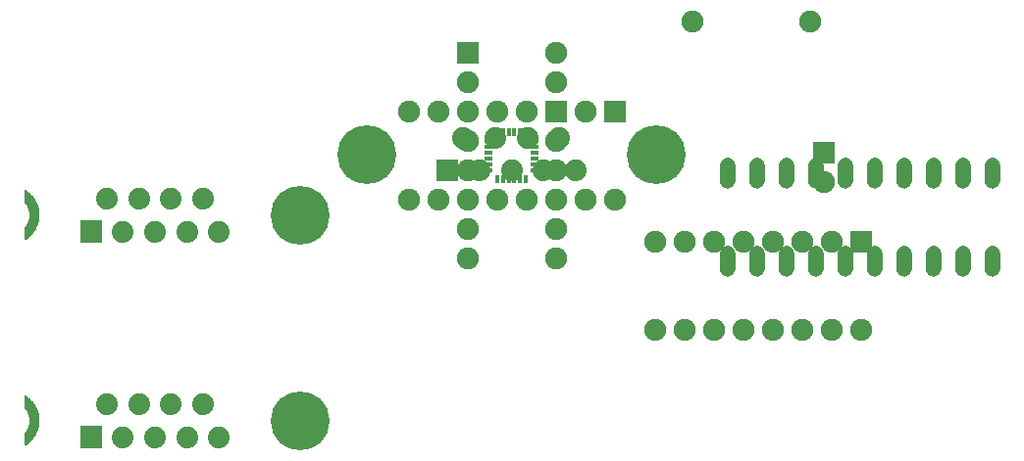
<source format=gtl>
G04 MADE WITH FRITZING*
G04 WWW.FRITZING.ORG*
G04 DOUBLE SIDED*
G04 HOLES PLATED*
G04 CONTOUR ON CENTER OF CONTOUR VECTOR*
%ASAXBY*%
%FSLAX23Y23*%
%MOIN*%
%OFA0B0*%
%SFA1.0B1.0*%
%ADD10C,0.075000*%
%ADD11C,0.052000*%
%ADD12C,0.074000*%
%ADD13C,0.200000*%
%ADD14R,0.075000X0.075000*%
%ADD15R,0.031496X0.011811*%
%ADD16R,0.011811X0.031496*%
%ADD17R,0.001000X0.001000*%
%LNCOPPER1*%
G90*
G70*
G54D10*
X2006Y1272D03*
X2006Y972D03*
X1906Y1272D03*
X1906Y972D03*
X1806Y1272D03*
X1806Y972D03*
X1706Y1272D03*
X1706Y972D03*
X1606Y1272D03*
X1606Y972D03*
X1506Y1272D03*
X1506Y972D03*
X1406Y1272D03*
X1406Y972D03*
X1306Y1272D03*
X1306Y972D03*
X2844Y829D03*
X2844Y529D03*
X2744Y829D03*
X2744Y529D03*
X2644Y829D03*
X2644Y529D03*
X2544Y829D03*
X2544Y529D03*
X2444Y829D03*
X2444Y529D03*
X2344Y829D03*
X2344Y529D03*
X2244Y829D03*
X2244Y529D03*
X2144Y829D03*
X2144Y529D03*
G54D11*
X2390Y762D03*
X2490Y762D03*
X2990Y762D03*
X3090Y762D03*
X2590Y762D03*
X2690Y762D03*
X2890Y762D03*
X2790Y762D03*
X3190Y762D03*
X3290Y762D03*
X3290Y1062D03*
X3190Y1062D03*
X3090Y1062D03*
X2990Y1062D03*
X2890Y1062D03*
X2790Y1062D03*
X2690Y1062D03*
X2590Y1062D03*
X2490Y1062D03*
X2390Y1062D03*
X2390Y762D03*
X2490Y762D03*
X2990Y762D03*
X3090Y762D03*
X2590Y762D03*
X2690Y762D03*
X2890Y762D03*
X2790Y762D03*
X3190Y762D03*
X3290Y762D03*
X3290Y1062D03*
X3190Y1062D03*
X3090Y1062D03*
X2990Y1062D03*
X2890Y1062D03*
X2790Y1062D03*
X2690Y1062D03*
X2590Y1062D03*
X2490Y1062D03*
X2390Y1062D03*
X2390Y762D03*
X2490Y762D03*
X2990Y762D03*
X3090Y762D03*
X2590Y762D03*
X2690Y762D03*
X2890Y762D03*
X2790Y762D03*
X3190Y762D03*
X3290Y762D03*
X3290Y1062D03*
X3190Y1062D03*
X3090Y1062D03*
X2990Y1062D03*
X2890Y1062D03*
X2790Y1062D03*
X2690Y1062D03*
X2590Y1062D03*
X2490Y1062D03*
X2390Y1062D03*
X2390Y762D03*
X2490Y762D03*
X2990Y762D03*
X3090Y762D03*
X2590Y762D03*
X2690Y762D03*
X2890Y762D03*
X2790Y762D03*
X3190Y762D03*
X3290Y762D03*
X3290Y1062D03*
X3190Y1062D03*
X3090Y1062D03*
X2990Y1062D03*
X2890Y1062D03*
X2790Y1062D03*
X2690Y1062D03*
X2590Y1062D03*
X2490Y1062D03*
X2390Y1062D03*
G54D10*
X1506Y1472D03*
X1806Y1472D03*
X1506Y1372D03*
X1806Y1372D03*
X1506Y1272D03*
X1806Y1272D03*
X1506Y1172D03*
X1806Y1172D03*
X1506Y1072D03*
X1806Y1072D03*
X1506Y972D03*
X1806Y972D03*
X1506Y872D03*
X1806Y872D03*
X1506Y772D03*
X1806Y772D03*
X2271Y1579D03*
X2671Y1579D03*
X2271Y1579D03*
X2671Y1579D03*
X2716Y1134D03*
X2716Y1034D03*
G54D12*
X1437Y1071D03*
X1547Y1071D03*
X1656Y1071D03*
X1765Y1071D03*
X1874Y1071D03*
X1492Y1183D03*
X1601Y1183D03*
X1710Y1183D03*
X1819Y1183D03*
G54D13*
X1163Y1127D03*
X2148Y1127D03*
G54D12*
X1437Y1071D03*
X1547Y1071D03*
X1656Y1071D03*
X1765Y1071D03*
X1874Y1071D03*
X1492Y1183D03*
X1601Y1183D03*
X1710Y1183D03*
X1819Y1183D03*
G54D13*
X1163Y1127D03*
X2148Y1127D03*
G54D12*
X226Y864D03*
X335Y864D03*
X444Y864D03*
X553Y864D03*
X662Y864D03*
X281Y976D03*
X390Y976D03*
X498Y976D03*
X607Y976D03*
G54D13*
X936Y920D03*
G54D12*
X226Y864D03*
X335Y864D03*
X444Y864D03*
X553Y864D03*
X662Y864D03*
X281Y976D03*
X390Y976D03*
X498Y976D03*
X607Y976D03*
G54D13*
X936Y920D03*
G54D12*
X226Y164D03*
X335Y164D03*
X444Y164D03*
X553Y164D03*
X662Y164D03*
X281Y276D03*
X390Y276D03*
X498Y276D03*
X607Y276D03*
G54D13*
X936Y220D03*
G54D12*
X226Y164D03*
X335Y164D03*
X444Y164D03*
X553Y164D03*
X662Y164D03*
X281Y276D03*
X390Y276D03*
X498Y276D03*
X607Y276D03*
G54D13*
X936Y220D03*
G54D10*
X1806Y1272D03*
X1806Y972D03*
X1706Y1272D03*
X1706Y972D03*
X1606Y1272D03*
X1606Y972D03*
X1506Y1272D03*
X1506Y972D03*
G54D14*
X2006Y1272D03*
X2844Y829D03*
X1506Y1472D03*
X2716Y1134D03*
G54D15*
X1577Y1152D03*
X1734Y1093D03*
X1734Y1171D03*
X1577Y1132D03*
G54D16*
X1646Y1201D03*
G54D15*
X1577Y1112D03*
X1734Y1132D03*
X1577Y1093D03*
G54D16*
X1685Y1201D03*
G54D15*
X1577Y1073D03*
G54D16*
X1606Y1201D03*
X1606Y1043D03*
G54D15*
X1734Y1112D03*
G54D16*
X1626Y1043D03*
G54D15*
X1734Y1152D03*
G54D16*
X1646Y1043D03*
X1705Y1201D03*
X1665Y1043D03*
X1665Y1201D03*
X1685Y1043D03*
X1626Y1201D03*
X1705Y1043D03*
G54D15*
X1734Y1073D03*
X1577Y1171D03*
G54D14*
X1806Y1272D03*
G54D17*
X2385Y1114D02*
X2396Y1114D01*
X2485Y1114D02*
X2496Y1114D01*
X2585Y1114D02*
X2596Y1114D01*
X2685Y1114D02*
X2696Y1114D01*
X2785Y1114D02*
X2796Y1114D01*
X2885Y1114D02*
X2896Y1114D01*
X2985Y1114D02*
X2996Y1114D01*
X3085Y1114D02*
X3096Y1114D01*
X3185Y1114D02*
X3196Y1114D01*
X3285Y1114D02*
X3296Y1114D01*
X2382Y1113D02*
X2399Y1113D01*
X2482Y1113D02*
X2499Y1113D01*
X2582Y1113D02*
X2599Y1113D01*
X2682Y1113D02*
X2699Y1113D01*
X2782Y1113D02*
X2799Y1113D01*
X2882Y1113D02*
X2899Y1113D01*
X2982Y1113D02*
X2999Y1113D01*
X3082Y1113D02*
X3099Y1113D01*
X3182Y1113D02*
X3199Y1113D01*
X3282Y1113D02*
X3299Y1113D01*
X2380Y1112D02*
X2401Y1112D01*
X2480Y1112D02*
X2501Y1112D01*
X2580Y1112D02*
X2601Y1112D01*
X2680Y1112D02*
X2701Y1112D01*
X2780Y1112D02*
X2801Y1112D01*
X2879Y1112D02*
X2901Y1112D01*
X2979Y1112D02*
X3001Y1112D01*
X3079Y1112D02*
X3101Y1112D01*
X3179Y1112D02*
X3201Y1112D01*
X3279Y1112D02*
X3301Y1112D01*
X2378Y1111D02*
X2403Y1111D01*
X2478Y1111D02*
X2503Y1111D01*
X2578Y1111D02*
X2603Y1111D01*
X2678Y1111D02*
X2703Y1111D01*
X2778Y1111D02*
X2803Y1111D01*
X2878Y1111D02*
X2903Y1111D01*
X2978Y1111D02*
X3003Y1111D01*
X3078Y1111D02*
X3103Y1111D01*
X3178Y1111D02*
X3203Y1111D01*
X3278Y1111D02*
X3303Y1111D01*
X2376Y1110D02*
X2405Y1110D01*
X2476Y1110D02*
X2505Y1110D01*
X2576Y1110D02*
X2605Y1110D01*
X2676Y1110D02*
X2705Y1110D01*
X2776Y1110D02*
X2805Y1110D01*
X2876Y1110D02*
X2905Y1110D01*
X2976Y1110D02*
X3005Y1110D01*
X3076Y1110D02*
X3105Y1110D01*
X3176Y1110D02*
X3205Y1110D01*
X3276Y1110D02*
X3305Y1110D01*
X2375Y1109D02*
X2406Y1109D01*
X2475Y1109D02*
X2506Y1109D01*
X2575Y1109D02*
X2606Y1109D01*
X2675Y1109D02*
X2706Y1109D01*
X2775Y1109D02*
X2806Y1109D01*
X2875Y1109D02*
X2906Y1109D01*
X2975Y1109D02*
X3006Y1109D01*
X3075Y1109D02*
X3106Y1109D01*
X3175Y1109D02*
X3206Y1109D01*
X3275Y1109D02*
X3306Y1109D01*
X1401Y1108D02*
X1474Y1108D01*
X2374Y1108D02*
X2407Y1108D01*
X2474Y1108D02*
X2507Y1108D01*
X2574Y1108D02*
X2607Y1108D01*
X2674Y1108D02*
X2707Y1108D01*
X2774Y1108D02*
X2807Y1108D01*
X2874Y1108D02*
X2907Y1108D01*
X2974Y1108D02*
X3007Y1108D01*
X3074Y1108D02*
X3107Y1108D01*
X3174Y1108D02*
X3207Y1108D01*
X3274Y1108D02*
X3307Y1108D01*
X1401Y1107D02*
X1474Y1107D01*
X2372Y1107D02*
X2408Y1107D01*
X2472Y1107D02*
X2508Y1107D01*
X2572Y1107D02*
X2608Y1107D01*
X2672Y1107D02*
X2708Y1107D01*
X2772Y1107D02*
X2808Y1107D01*
X2872Y1107D02*
X2908Y1107D01*
X2972Y1107D02*
X3008Y1107D01*
X3072Y1107D02*
X3108Y1107D01*
X3172Y1107D02*
X3208Y1107D01*
X3272Y1107D02*
X3308Y1107D01*
X1401Y1106D02*
X1474Y1106D01*
X2372Y1106D02*
X2409Y1106D01*
X2472Y1106D02*
X2509Y1106D01*
X2572Y1106D02*
X2609Y1106D01*
X2672Y1106D02*
X2709Y1106D01*
X2772Y1106D02*
X2809Y1106D01*
X2872Y1106D02*
X2909Y1106D01*
X2972Y1106D02*
X3009Y1106D01*
X3072Y1106D02*
X3109Y1106D01*
X3172Y1106D02*
X3209Y1106D01*
X3272Y1106D02*
X3309Y1106D01*
X1401Y1105D02*
X1474Y1105D01*
X2371Y1105D02*
X2410Y1105D01*
X2471Y1105D02*
X2510Y1105D01*
X2571Y1105D02*
X2610Y1105D01*
X2671Y1105D02*
X2710Y1105D01*
X2771Y1105D02*
X2810Y1105D01*
X2871Y1105D02*
X2910Y1105D01*
X2971Y1105D02*
X3010Y1105D01*
X3071Y1105D02*
X3110Y1105D01*
X3171Y1105D02*
X3210Y1105D01*
X3271Y1105D02*
X3310Y1105D01*
X1401Y1104D02*
X1474Y1104D01*
X2370Y1104D02*
X2411Y1104D01*
X2470Y1104D02*
X2511Y1104D01*
X2570Y1104D02*
X2611Y1104D01*
X2670Y1104D02*
X2711Y1104D01*
X2770Y1104D02*
X2811Y1104D01*
X2870Y1104D02*
X2911Y1104D01*
X2970Y1104D02*
X3011Y1104D01*
X3070Y1104D02*
X3111Y1104D01*
X3170Y1104D02*
X3211Y1104D01*
X3270Y1104D02*
X3311Y1104D01*
X1401Y1103D02*
X1474Y1103D01*
X2369Y1103D02*
X2412Y1103D01*
X2469Y1103D02*
X2512Y1103D01*
X2569Y1103D02*
X2612Y1103D01*
X2669Y1103D02*
X2712Y1103D01*
X2769Y1103D02*
X2812Y1103D01*
X2869Y1103D02*
X2912Y1103D01*
X2969Y1103D02*
X3012Y1103D01*
X3069Y1103D02*
X3112Y1103D01*
X3169Y1103D02*
X3212Y1103D01*
X3269Y1103D02*
X3312Y1103D01*
X1401Y1102D02*
X1474Y1102D01*
X2369Y1102D02*
X2412Y1102D01*
X2469Y1102D02*
X2512Y1102D01*
X2569Y1102D02*
X2612Y1102D01*
X2669Y1102D02*
X2712Y1102D01*
X2769Y1102D02*
X2812Y1102D01*
X2869Y1102D02*
X2912Y1102D01*
X2969Y1102D02*
X3012Y1102D01*
X3069Y1102D02*
X3112Y1102D01*
X3169Y1102D02*
X3212Y1102D01*
X3269Y1102D02*
X3312Y1102D01*
X1401Y1101D02*
X1474Y1101D01*
X2368Y1101D02*
X2413Y1101D01*
X2468Y1101D02*
X2513Y1101D01*
X2568Y1101D02*
X2613Y1101D01*
X2668Y1101D02*
X2713Y1101D01*
X2768Y1101D02*
X2813Y1101D01*
X2868Y1101D02*
X2913Y1101D01*
X2968Y1101D02*
X3013Y1101D01*
X3068Y1101D02*
X3113Y1101D01*
X3168Y1101D02*
X3213Y1101D01*
X3268Y1101D02*
X3313Y1101D01*
X1401Y1100D02*
X1474Y1100D01*
X2368Y1100D02*
X2413Y1100D01*
X2468Y1100D02*
X2513Y1100D01*
X2568Y1100D02*
X2613Y1100D01*
X2668Y1100D02*
X2713Y1100D01*
X2768Y1100D02*
X2813Y1100D01*
X2868Y1100D02*
X2913Y1100D01*
X2968Y1100D02*
X3013Y1100D01*
X3068Y1100D02*
X3113Y1100D01*
X3168Y1100D02*
X3213Y1100D01*
X3268Y1100D02*
X3313Y1100D01*
X1401Y1099D02*
X1474Y1099D01*
X2367Y1099D02*
X2414Y1099D01*
X2467Y1099D02*
X2514Y1099D01*
X2567Y1099D02*
X2614Y1099D01*
X2667Y1099D02*
X2714Y1099D01*
X2767Y1099D02*
X2814Y1099D01*
X2867Y1099D02*
X2914Y1099D01*
X2967Y1099D02*
X3014Y1099D01*
X3067Y1099D02*
X3114Y1099D01*
X3167Y1099D02*
X3214Y1099D01*
X3267Y1099D02*
X3314Y1099D01*
X1401Y1098D02*
X1474Y1098D01*
X2367Y1098D02*
X2414Y1098D01*
X2467Y1098D02*
X2514Y1098D01*
X2567Y1098D02*
X2614Y1098D01*
X2667Y1098D02*
X2714Y1098D01*
X2767Y1098D02*
X2814Y1098D01*
X2867Y1098D02*
X2914Y1098D01*
X2967Y1098D02*
X3014Y1098D01*
X3067Y1098D02*
X3114Y1098D01*
X3167Y1098D02*
X3214Y1098D01*
X3267Y1098D02*
X3314Y1098D01*
X1401Y1097D02*
X1474Y1097D01*
X2366Y1097D02*
X2415Y1097D01*
X2466Y1097D02*
X2515Y1097D01*
X2566Y1097D02*
X2615Y1097D01*
X2666Y1097D02*
X2715Y1097D01*
X2766Y1097D02*
X2815Y1097D01*
X2866Y1097D02*
X2915Y1097D01*
X2966Y1097D02*
X3015Y1097D01*
X3066Y1097D02*
X3115Y1097D01*
X3166Y1097D02*
X3214Y1097D01*
X3266Y1097D02*
X3314Y1097D01*
X1401Y1096D02*
X1474Y1096D01*
X2366Y1096D02*
X2415Y1096D01*
X2466Y1096D02*
X2515Y1096D01*
X2566Y1096D02*
X2615Y1096D01*
X2666Y1096D02*
X2715Y1096D01*
X2766Y1096D02*
X2815Y1096D01*
X2866Y1096D02*
X2915Y1096D01*
X2966Y1096D02*
X3015Y1096D01*
X3066Y1096D02*
X3115Y1096D01*
X3166Y1096D02*
X3215Y1096D01*
X3266Y1096D02*
X3315Y1096D01*
X1401Y1095D02*
X1474Y1095D01*
X2366Y1095D02*
X2415Y1095D01*
X2466Y1095D02*
X2515Y1095D01*
X2566Y1095D02*
X2615Y1095D01*
X2666Y1095D02*
X2715Y1095D01*
X2766Y1095D02*
X2815Y1095D01*
X2866Y1095D02*
X2915Y1095D01*
X2966Y1095D02*
X3015Y1095D01*
X3066Y1095D02*
X3115Y1095D01*
X3166Y1095D02*
X3215Y1095D01*
X3266Y1095D02*
X3315Y1095D01*
X1401Y1094D02*
X1474Y1094D01*
X2365Y1094D02*
X2415Y1094D01*
X2465Y1094D02*
X2515Y1094D01*
X2565Y1094D02*
X2615Y1094D01*
X2665Y1094D02*
X2715Y1094D01*
X2765Y1094D02*
X2815Y1094D01*
X2865Y1094D02*
X2915Y1094D01*
X2965Y1094D02*
X3015Y1094D01*
X3065Y1094D02*
X3115Y1094D01*
X3165Y1094D02*
X3215Y1094D01*
X3265Y1094D02*
X3315Y1094D01*
X1401Y1093D02*
X1474Y1093D01*
X2365Y1093D02*
X2416Y1093D01*
X2465Y1093D02*
X2516Y1093D01*
X2565Y1093D02*
X2616Y1093D01*
X2665Y1093D02*
X2716Y1093D01*
X2765Y1093D02*
X2816Y1093D01*
X2865Y1093D02*
X2916Y1093D01*
X2965Y1093D02*
X3016Y1093D01*
X3065Y1093D02*
X3115Y1093D01*
X3165Y1093D02*
X3215Y1093D01*
X3265Y1093D02*
X3315Y1093D01*
X1401Y1092D02*
X1474Y1092D01*
X2365Y1092D02*
X2416Y1092D01*
X2465Y1092D02*
X2516Y1092D01*
X2565Y1092D02*
X2616Y1092D01*
X2665Y1092D02*
X2716Y1092D01*
X2765Y1092D02*
X2816Y1092D01*
X2865Y1092D02*
X2916Y1092D01*
X2965Y1092D02*
X3016Y1092D01*
X3065Y1092D02*
X3116Y1092D01*
X3165Y1092D02*
X3216Y1092D01*
X3265Y1092D02*
X3316Y1092D01*
X1401Y1091D02*
X1432Y1091D01*
X1444Y1091D02*
X1474Y1091D01*
X2365Y1091D02*
X2416Y1091D01*
X2465Y1091D02*
X2516Y1091D01*
X2565Y1091D02*
X2616Y1091D01*
X2665Y1091D02*
X2716Y1091D01*
X2765Y1091D02*
X2816Y1091D01*
X2865Y1091D02*
X2916Y1091D01*
X2965Y1091D02*
X3016Y1091D01*
X3065Y1091D02*
X3116Y1091D01*
X3165Y1091D02*
X3216Y1091D01*
X3265Y1091D02*
X3316Y1091D01*
X1401Y1090D02*
X1429Y1090D01*
X1447Y1090D02*
X1474Y1090D01*
X2365Y1090D02*
X2416Y1090D01*
X2465Y1090D02*
X2516Y1090D01*
X2565Y1090D02*
X2616Y1090D01*
X2665Y1090D02*
X2716Y1090D01*
X2765Y1090D02*
X2816Y1090D01*
X2865Y1090D02*
X2916Y1090D01*
X2965Y1090D02*
X3016Y1090D01*
X3065Y1090D02*
X3116Y1090D01*
X3165Y1090D02*
X3216Y1090D01*
X3265Y1090D02*
X3316Y1090D01*
X1401Y1089D02*
X1427Y1089D01*
X1448Y1089D02*
X1474Y1089D01*
X2365Y1089D02*
X2416Y1089D01*
X2465Y1089D02*
X2516Y1089D01*
X2565Y1089D02*
X2616Y1089D01*
X2665Y1089D02*
X2716Y1089D01*
X2765Y1089D02*
X2816Y1089D01*
X2865Y1089D02*
X2916Y1089D01*
X2965Y1089D02*
X3016Y1089D01*
X3065Y1089D02*
X3116Y1089D01*
X3165Y1089D02*
X3216Y1089D01*
X3265Y1089D02*
X3316Y1089D01*
X1401Y1088D02*
X1426Y1088D01*
X1450Y1088D02*
X1474Y1088D01*
X2365Y1088D02*
X2416Y1088D01*
X2465Y1088D02*
X2516Y1088D01*
X2565Y1088D02*
X2616Y1088D01*
X2665Y1088D02*
X2716Y1088D01*
X2765Y1088D02*
X2816Y1088D01*
X2865Y1088D02*
X2916Y1088D01*
X2965Y1088D02*
X3016Y1088D01*
X3065Y1088D02*
X3116Y1088D01*
X3165Y1088D02*
X3216Y1088D01*
X3265Y1088D02*
X3316Y1088D01*
X1401Y1087D02*
X1424Y1087D01*
X1451Y1087D02*
X1474Y1087D01*
X2365Y1087D02*
X2416Y1087D01*
X2465Y1087D02*
X2516Y1087D01*
X2565Y1087D02*
X2616Y1087D01*
X2665Y1087D02*
X2716Y1087D01*
X2765Y1087D02*
X2816Y1087D01*
X2865Y1087D02*
X2916Y1087D01*
X2965Y1087D02*
X3016Y1087D01*
X3065Y1087D02*
X3116Y1087D01*
X3165Y1087D02*
X3216Y1087D01*
X3265Y1087D02*
X3316Y1087D01*
X1401Y1086D02*
X1423Y1086D01*
X1452Y1086D02*
X1474Y1086D01*
X2365Y1086D02*
X2416Y1086D01*
X2465Y1086D02*
X2516Y1086D01*
X2565Y1086D02*
X2616Y1086D01*
X2665Y1086D02*
X2716Y1086D01*
X2765Y1086D02*
X2816Y1086D01*
X2865Y1086D02*
X2916Y1086D01*
X2965Y1086D02*
X3016Y1086D01*
X3065Y1086D02*
X3116Y1086D01*
X3165Y1086D02*
X3216Y1086D01*
X3265Y1086D02*
X3316Y1086D01*
X1401Y1085D02*
X1422Y1085D01*
X1453Y1085D02*
X1474Y1085D01*
X2365Y1085D02*
X2416Y1085D01*
X2465Y1085D02*
X2516Y1085D01*
X2565Y1085D02*
X2616Y1085D01*
X2665Y1085D02*
X2716Y1085D01*
X2765Y1085D02*
X2816Y1085D01*
X2865Y1085D02*
X2916Y1085D01*
X2965Y1085D02*
X3016Y1085D01*
X3065Y1085D02*
X3116Y1085D01*
X3165Y1085D02*
X3216Y1085D01*
X3265Y1085D02*
X3316Y1085D01*
X1401Y1084D02*
X1422Y1084D01*
X1454Y1084D02*
X1474Y1084D01*
X2365Y1084D02*
X2416Y1084D01*
X2465Y1084D02*
X2516Y1084D01*
X2565Y1084D02*
X2616Y1084D01*
X2665Y1084D02*
X2716Y1084D01*
X2765Y1084D02*
X2816Y1084D01*
X2865Y1084D02*
X2916Y1084D01*
X2965Y1084D02*
X3016Y1084D01*
X3065Y1084D02*
X3116Y1084D01*
X3165Y1084D02*
X3216Y1084D01*
X3265Y1084D02*
X3316Y1084D01*
X1401Y1083D02*
X1421Y1083D01*
X1455Y1083D02*
X1474Y1083D01*
X2365Y1083D02*
X2416Y1083D01*
X2465Y1083D02*
X2516Y1083D01*
X2565Y1083D02*
X2616Y1083D01*
X2665Y1083D02*
X2716Y1083D01*
X2765Y1083D02*
X2816Y1083D01*
X2865Y1083D02*
X2916Y1083D01*
X2965Y1083D02*
X3016Y1083D01*
X3065Y1083D02*
X3116Y1083D01*
X3165Y1083D02*
X3216Y1083D01*
X3265Y1083D02*
X3316Y1083D01*
X1401Y1082D02*
X1420Y1082D01*
X1455Y1082D02*
X1474Y1082D01*
X2365Y1082D02*
X2416Y1082D01*
X2465Y1082D02*
X2516Y1082D01*
X2565Y1082D02*
X2616Y1082D01*
X2665Y1082D02*
X2716Y1082D01*
X2765Y1082D02*
X2816Y1082D01*
X2865Y1082D02*
X2916Y1082D01*
X2965Y1082D02*
X3016Y1082D01*
X3065Y1082D02*
X3116Y1082D01*
X3165Y1082D02*
X3216Y1082D01*
X3265Y1082D02*
X3316Y1082D01*
X1401Y1081D02*
X1420Y1081D01*
X1456Y1081D02*
X1474Y1081D01*
X2365Y1081D02*
X2416Y1081D01*
X2465Y1081D02*
X2516Y1081D01*
X2565Y1081D02*
X2616Y1081D01*
X2665Y1081D02*
X2716Y1081D01*
X2765Y1081D02*
X2816Y1081D01*
X2865Y1081D02*
X2916Y1081D01*
X2965Y1081D02*
X3016Y1081D01*
X3065Y1081D02*
X3116Y1081D01*
X3165Y1081D02*
X3216Y1081D01*
X3265Y1081D02*
X3316Y1081D01*
X1401Y1080D02*
X1419Y1080D01*
X1457Y1080D02*
X1474Y1080D01*
X2365Y1080D02*
X2416Y1080D01*
X2465Y1080D02*
X2516Y1080D01*
X2565Y1080D02*
X2616Y1080D01*
X2665Y1080D02*
X2716Y1080D01*
X2765Y1080D02*
X2816Y1080D01*
X2865Y1080D02*
X2916Y1080D01*
X2965Y1080D02*
X3016Y1080D01*
X3065Y1080D02*
X3116Y1080D01*
X3165Y1080D02*
X3216Y1080D01*
X3265Y1080D02*
X3316Y1080D01*
X1401Y1079D02*
X1419Y1079D01*
X1457Y1079D02*
X1474Y1079D01*
X2365Y1079D02*
X2416Y1079D01*
X2465Y1079D02*
X2516Y1079D01*
X2565Y1079D02*
X2616Y1079D01*
X2665Y1079D02*
X2716Y1079D01*
X2765Y1079D02*
X2816Y1079D01*
X2865Y1079D02*
X2916Y1079D01*
X2965Y1079D02*
X3016Y1079D01*
X3065Y1079D02*
X3116Y1079D01*
X3165Y1079D02*
X3216Y1079D01*
X3265Y1079D02*
X3316Y1079D01*
X1401Y1078D02*
X1418Y1078D01*
X1457Y1078D02*
X1474Y1078D01*
X2365Y1078D02*
X2385Y1078D01*
X2395Y1078D02*
X2416Y1078D01*
X2465Y1078D02*
X2485Y1078D01*
X2495Y1078D02*
X2516Y1078D01*
X2565Y1078D02*
X2585Y1078D01*
X2595Y1078D02*
X2616Y1078D01*
X2665Y1078D02*
X2685Y1078D01*
X2695Y1078D02*
X2716Y1078D01*
X2765Y1078D02*
X2785Y1078D01*
X2795Y1078D02*
X2816Y1078D01*
X2865Y1078D02*
X2885Y1078D01*
X2895Y1078D02*
X2916Y1078D01*
X2965Y1078D02*
X2985Y1078D01*
X2995Y1078D02*
X3016Y1078D01*
X3065Y1078D02*
X3085Y1078D01*
X3095Y1078D02*
X3116Y1078D01*
X3165Y1078D02*
X3185Y1078D01*
X3195Y1078D02*
X3216Y1078D01*
X3265Y1078D02*
X3285Y1078D01*
X3295Y1078D02*
X3316Y1078D01*
X1401Y1077D02*
X1418Y1077D01*
X1458Y1077D02*
X1474Y1077D01*
X2365Y1077D02*
X2383Y1077D01*
X2398Y1077D02*
X2416Y1077D01*
X2465Y1077D02*
X2483Y1077D01*
X2498Y1077D02*
X2516Y1077D01*
X2565Y1077D02*
X2583Y1077D01*
X2598Y1077D02*
X2616Y1077D01*
X2665Y1077D02*
X2683Y1077D01*
X2698Y1077D02*
X2716Y1077D01*
X2765Y1077D02*
X2783Y1077D01*
X2798Y1077D02*
X2816Y1077D01*
X2865Y1077D02*
X2883Y1077D01*
X2898Y1077D02*
X2916Y1077D01*
X2965Y1077D02*
X2983Y1077D01*
X2998Y1077D02*
X3016Y1077D01*
X3065Y1077D02*
X3083Y1077D01*
X3098Y1077D02*
X3116Y1077D01*
X3165Y1077D02*
X3183Y1077D01*
X3198Y1077D02*
X3216Y1077D01*
X3265Y1077D02*
X3283Y1077D01*
X3298Y1077D02*
X3316Y1077D01*
X1401Y1076D02*
X1418Y1076D01*
X1458Y1076D02*
X1474Y1076D01*
X2365Y1076D02*
X2381Y1076D01*
X2400Y1076D02*
X2416Y1076D01*
X2465Y1076D02*
X2481Y1076D01*
X2500Y1076D02*
X2516Y1076D01*
X2565Y1076D02*
X2581Y1076D01*
X2600Y1076D02*
X2616Y1076D01*
X2665Y1076D02*
X2681Y1076D01*
X2700Y1076D02*
X2716Y1076D01*
X2765Y1076D02*
X2781Y1076D01*
X2800Y1076D02*
X2816Y1076D01*
X2865Y1076D02*
X2881Y1076D01*
X2900Y1076D02*
X2916Y1076D01*
X2965Y1076D02*
X2981Y1076D01*
X3000Y1076D02*
X3016Y1076D01*
X3065Y1076D02*
X3081Y1076D01*
X3100Y1076D02*
X3116Y1076D01*
X3165Y1076D02*
X3181Y1076D01*
X3200Y1076D02*
X3216Y1076D01*
X3265Y1076D02*
X3281Y1076D01*
X3300Y1076D02*
X3316Y1076D01*
X1401Y1075D02*
X1418Y1075D01*
X1458Y1075D02*
X1474Y1075D01*
X2365Y1075D02*
X2380Y1075D01*
X2401Y1075D02*
X2416Y1075D01*
X2465Y1075D02*
X2480Y1075D01*
X2501Y1075D02*
X2516Y1075D01*
X2565Y1075D02*
X2580Y1075D01*
X2601Y1075D02*
X2616Y1075D01*
X2665Y1075D02*
X2680Y1075D01*
X2701Y1075D02*
X2716Y1075D01*
X2765Y1075D02*
X2780Y1075D01*
X2801Y1075D02*
X2816Y1075D01*
X2865Y1075D02*
X2880Y1075D01*
X2901Y1075D02*
X2916Y1075D01*
X2965Y1075D02*
X2980Y1075D01*
X3001Y1075D02*
X3016Y1075D01*
X3065Y1075D02*
X3080Y1075D01*
X3101Y1075D02*
X3116Y1075D01*
X3165Y1075D02*
X3180Y1075D01*
X3201Y1075D02*
X3216Y1075D01*
X3265Y1075D02*
X3280Y1075D01*
X3301Y1075D02*
X3316Y1075D01*
X1401Y1074D02*
X1418Y1074D01*
X1458Y1074D02*
X1474Y1074D01*
X2365Y1074D02*
X2379Y1074D01*
X2402Y1074D02*
X2416Y1074D01*
X2465Y1074D02*
X2479Y1074D01*
X2502Y1074D02*
X2516Y1074D01*
X2565Y1074D02*
X2579Y1074D01*
X2602Y1074D02*
X2616Y1074D01*
X2665Y1074D02*
X2679Y1074D01*
X2702Y1074D02*
X2716Y1074D01*
X2765Y1074D02*
X2779Y1074D01*
X2802Y1074D02*
X2816Y1074D01*
X2865Y1074D02*
X2879Y1074D01*
X2902Y1074D02*
X2916Y1074D01*
X2965Y1074D02*
X2979Y1074D01*
X3002Y1074D02*
X3016Y1074D01*
X3065Y1074D02*
X3079Y1074D01*
X3102Y1074D02*
X3116Y1074D01*
X3165Y1074D02*
X3179Y1074D01*
X3202Y1074D02*
X3216Y1074D01*
X3265Y1074D02*
X3279Y1074D01*
X3302Y1074D02*
X3316Y1074D01*
X1401Y1073D02*
X1417Y1073D01*
X1458Y1073D02*
X1474Y1073D01*
X2365Y1073D02*
X2378Y1073D01*
X2403Y1073D02*
X2416Y1073D01*
X2465Y1073D02*
X2478Y1073D01*
X2503Y1073D02*
X2516Y1073D01*
X2565Y1073D02*
X2578Y1073D01*
X2603Y1073D02*
X2616Y1073D01*
X2665Y1073D02*
X2678Y1073D01*
X2703Y1073D02*
X2716Y1073D01*
X2765Y1073D02*
X2778Y1073D01*
X2803Y1073D02*
X2816Y1073D01*
X2865Y1073D02*
X2878Y1073D01*
X2903Y1073D02*
X2916Y1073D01*
X2965Y1073D02*
X2978Y1073D01*
X3003Y1073D02*
X3016Y1073D01*
X3065Y1073D02*
X3078Y1073D01*
X3103Y1073D02*
X3116Y1073D01*
X3165Y1073D02*
X3178Y1073D01*
X3203Y1073D02*
X3216Y1073D01*
X3265Y1073D02*
X3278Y1073D01*
X3303Y1073D02*
X3316Y1073D01*
X1401Y1072D02*
X1417Y1072D01*
X1458Y1072D02*
X1474Y1072D01*
X2365Y1072D02*
X2377Y1072D01*
X2404Y1072D02*
X2416Y1072D01*
X2465Y1072D02*
X2477Y1072D01*
X2504Y1072D02*
X2516Y1072D01*
X2565Y1072D02*
X2577Y1072D01*
X2604Y1072D02*
X2616Y1072D01*
X2665Y1072D02*
X2677Y1072D01*
X2704Y1072D02*
X2716Y1072D01*
X2765Y1072D02*
X2777Y1072D01*
X2804Y1072D02*
X2816Y1072D01*
X2865Y1072D02*
X2877Y1072D01*
X2904Y1072D02*
X2916Y1072D01*
X2965Y1072D02*
X2977Y1072D01*
X3004Y1072D02*
X3016Y1072D01*
X3065Y1072D02*
X3077Y1072D01*
X3104Y1072D02*
X3116Y1072D01*
X3165Y1072D02*
X3177Y1072D01*
X3204Y1072D02*
X3216Y1072D01*
X3265Y1072D02*
X3277Y1072D01*
X3304Y1072D02*
X3316Y1072D01*
X1401Y1071D02*
X1417Y1071D01*
X1458Y1071D02*
X1474Y1071D01*
X2365Y1071D02*
X2376Y1071D01*
X2405Y1071D02*
X2416Y1071D01*
X2465Y1071D02*
X2476Y1071D01*
X2505Y1071D02*
X2516Y1071D01*
X2565Y1071D02*
X2576Y1071D01*
X2605Y1071D02*
X2616Y1071D01*
X2665Y1071D02*
X2676Y1071D01*
X2705Y1071D02*
X2716Y1071D01*
X2765Y1071D02*
X2776Y1071D01*
X2805Y1071D02*
X2816Y1071D01*
X2865Y1071D02*
X2876Y1071D01*
X2905Y1071D02*
X2916Y1071D01*
X2965Y1071D02*
X2976Y1071D01*
X3005Y1071D02*
X3016Y1071D01*
X3065Y1071D02*
X3076Y1071D01*
X3105Y1071D02*
X3116Y1071D01*
X3165Y1071D02*
X3176Y1071D01*
X3204Y1071D02*
X3216Y1071D01*
X3265Y1071D02*
X3276Y1071D01*
X3304Y1071D02*
X3316Y1071D01*
X1401Y1070D02*
X1417Y1070D01*
X1458Y1070D02*
X1474Y1070D01*
X2365Y1070D02*
X2376Y1070D01*
X2405Y1070D02*
X2416Y1070D01*
X2465Y1070D02*
X2476Y1070D01*
X2505Y1070D02*
X2516Y1070D01*
X2565Y1070D02*
X2576Y1070D01*
X2605Y1070D02*
X2616Y1070D01*
X2665Y1070D02*
X2676Y1070D01*
X2705Y1070D02*
X2716Y1070D01*
X2765Y1070D02*
X2776Y1070D01*
X2805Y1070D02*
X2816Y1070D01*
X2865Y1070D02*
X2876Y1070D01*
X2905Y1070D02*
X2916Y1070D01*
X2965Y1070D02*
X2976Y1070D01*
X3005Y1070D02*
X3016Y1070D01*
X3065Y1070D02*
X3076Y1070D01*
X3105Y1070D02*
X3116Y1070D01*
X3165Y1070D02*
X3176Y1070D01*
X3205Y1070D02*
X3216Y1070D01*
X3265Y1070D02*
X3276Y1070D01*
X3305Y1070D02*
X3316Y1070D01*
X1401Y1069D02*
X1418Y1069D01*
X1458Y1069D02*
X1474Y1069D01*
X2365Y1069D02*
X2375Y1069D01*
X2406Y1069D02*
X2416Y1069D01*
X2465Y1069D02*
X2475Y1069D01*
X2506Y1069D02*
X2516Y1069D01*
X2565Y1069D02*
X2575Y1069D01*
X2606Y1069D02*
X2616Y1069D01*
X2665Y1069D02*
X2675Y1069D01*
X2706Y1069D02*
X2716Y1069D01*
X2765Y1069D02*
X2775Y1069D01*
X2806Y1069D02*
X2816Y1069D01*
X2865Y1069D02*
X2875Y1069D01*
X2906Y1069D02*
X2916Y1069D01*
X2965Y1069D02*
X2975Y1069D01*
X3006Y1069D02*
X3016Y1069D01*
X3065Y1069D02*
X3075Y1069D01*
X3106Y1069D02*
X3116Y1069D01*
X3165Y1069D02*
X3175Y1069D01*
X3206Y1069D02*
X3216Y1069D01*
X3265Y1069D02*
X3275Y1069D01*
X3306Y1069D02*
X3316Y1069D01*
X1401Y1068D02*
X1418Y1068D01*
X1458Y1068D02*
X1474Y1068D01*
X2365Y1068D02*
X2375Y1068D01*
X2406Y1068D02*
X2416Y1068D01*
X2465Y1068D02*
X2475Y1068D01*
X2506Y1068D02*
X2516Y1068D01*
X2565Y1068D02*
X2575Y1068D01*
X2606Y1068D02*
X2616Y1068D01*
X2665Y1068D02*
X2675Y1068D01*
X2706Y1068D02*
X2716Y1068D01*
X2765Y1068D02*
X2775Y1068D01*
X2806Y1068D02*
X2816Y1068D01*
X2865Y1068D02*
X2875Y1068D01*
X2906Y1068D02*
X2916Y1068D01*
X2965Y1068D02*
X2975Y1068D01*
X3006Y1068D02*
X3016Y1068D01*
X3065Y1068D02*
X3075Y1068D01*
X3106Y1068D02*
X3116Y1068D01*
X3165Y1068D02*
X3175Y1068D01*
X3206Y1068D02*
X3216Y1068D01*
X3265Y1068D02*
X3275Y1068D01*
X3306Y1068D02*
X3316Y1068D01*
X1401Y1067D02*
X1418Y1067D01*
X1458Y1067D02*
X1474Y1067D01*
X2365Y1067D02*
X2375Y1067D01*
X2406Y1067D02*
X2416Y1067D01*
X2465Y1067D02*
X2475Y1067D01*
X2506Y1067D02*
X2516Y1067D01*
X2565Y1067D02*
X2575Y1067D01*
X2606Y1067D02*
X2616Y1067D01*
X2665Y1067D02*
X2675Y1067D01*
X2706Y1067D02*
X2716Y1067D01*
X2765Y1067D02*
X2775Y1067D01*
X2806Y1067D02*
X2816Y1067D01*
X2865Y1067D02*
X2875Y1067D01*
X2906Y1067D02*
X2916Y1067D01*
X2965Y1067D02*
X2975Y1067D01*
X3006Y1067D02*
X3016Y1067D01*
X3065Y1067D02*
X3075Y1067D01*
X3106Y1067D02*
X3116Y1067D01*
X3165Y1067D02*
X3175Y1067D01*
X3206Y1067D02*
X3216Y1067D01*
X3265Y1067D02*
X3275Y1067D01*
X3306Y1067D02*
X3316Y1067D01*
X1401Y1066D02*
X1418Y1066D01*
X1457Y1066D02*
X1474Y1066D01*
X2365Y1066D02*
X2374Y1066D01*
X2407Y1066D02*
X2416Y1066D01*
X2465Y1066D02*
X2474Y1066D01*
X2507Y1066D02*
X2516Y1066D01*
X2565Y1066D02*
X2574Y1066D01*
X2607Y1066D02*
X2616Y1066D01*
X2665Y1066D02*
X2674Y1066D01*
X2707Y1066D02*
X2716Y1066D01*
X2765Y1066D02*
X2774Y1066D01*
X2807Y1066D02*
X2816Y1066D01*
X2865Y1066D02*
X2874Y1066D01*
X2907Y1066D02*
X2916Y1066D01*
X2965Y1066D02*
X2974Y1066D01*
X3007Y1066D02*
X3016Y1066D01*
X3065Y1066D02*
X3074Y1066D01*
X3107Y1066D02*
X3116Y1066D01*
X3165Y1066D02*
X3174Y1066D01*
X3206Y1066D02*
X3216Y1066D01*
X3265Y1066D02*
X3274Y1066D01*
X3306Y1066D02*
X3316Y1066D01*
X1401Y1065D02*
X1419Y1065D01*
X1457Y1065D02*
X1474Y1065D01*
X2365Y1065D02*
X2374Y1065D01*
X2407Y1065D02*
X2416Y1065D01*
X2465Y1065D02*
X2474Y1065D01*
X2507Y1065D02*
X2516Y1065D01*
X2565Y1065D02*
X2574Y1065D01*
X2607Y1065D02*
X2616Y1065D01*
X2665Y1065D02*
X2674Y1065D01*
X2707Y1065D02*
X2716Y1065D01*
X2765Y1065D02*
X2774Y1065D01*
X2807Y1065D02*
X2816Y1065D01*
X2865Y1065D02*
X2874Y1065D01*
X2907Y1065D02*
X2916Y1065D01*
X2965Y1065D02*
X2974Y1065D01*
X3007Y1065D02*
X3016Y1065D01*
X3065Y1065D02*
X3074Y1065D01*
X3107Y1065D02*
X3116Y1065D01*
X3165Y1065D02*
X3174Y1065D01*
X3207Y1065D02*
X3216Y1065D01*
X3265Y1065D02*
X3274Y1065D01*
X3307Y1065D02*
X3316Y1065D01*
X1401Y1064D02*
X1419Y1064D01*
X1457Y1064D02*
X1474Y1064D01*
X2365Y1064D02*
X2374Y1064D01*
X2407Y1064D02*
X2416Y1064D01*
X2465Y1064D02*
X2474Y1064D01*
X2507Y1064D02*
X2516Y1064D01*
X2565Y1064D02*
X2574Y1064D01*
X2607Y1064D02*
X2616Y1064D01*
X2665Y1064D02*
X2674Y1064D01*
X2707Y1064D02*
X2716Y1064D01*
X2765Y1064D02*
X2774Y1064D01*
X2807Y1064D02*
X2816Y1064D01*
X2865Y1064D02*
X2874Y1064D01*
X2907Y1064D02*
X2916Y1064D01*
X2965Y1064D02*
X2974Y1064D01*
X3007Y1064D02*
X3016Y1064D01*
X3065Y1064D02*
X3074Y1064D01*
X3107Y1064D02*
X3116Y1064D01*
X3165Y1064D02*
X3174Y1064D01*
X3207Y1064D02*
X3216Y1064D01*
X3265Y1064D02*
X3274Y1064D01*
X3307Y1064D02*
X3316Y1064D01*
X1401Y1063D02*
X1419Y1063D01*
X1456Y1063D02*
X1474Y1063D01*
X2365Y1063D02*
X2374Y1063D01*
X2407Y1063D02*
X2416Y1063D01*
X2465Y1063D02*
X2474Y1063D01*
X2507Y1063D02*
X2516Y1063D01*
X2565Y1063D02*
X2574Y1063D01*
X2607Y1063D02*
X2616Y1063D01*
X2665Y1063D02*
X2674Y1063D01*
X2707Y1063D02*
X2716Y1063D01*
X2765Y1063D02*
X2774Y1063D01*
X2807Y1063D02*
X2816Y1063D01*
X2865Y1063D02*
X2874Y1063D01*
X2907Y1063D02*
X2916Y1063D01*
X2965Y1063D02*
X2974Y1063D01*
X3007Y1063D02*
X3016Y1063D01*
X3065Y1063D02*
X3074Y1063D01*
X3107Y1063D02*
X3116Y1063D01*
X3165Y1063D02*
X3174Y1063D01*
X3207Y1063D02*
X3216Y1063D01*
X3265Y1063D02*
X3274Y1063D01*
X3307Y1063D02*
X3316Y1063D01*
X1401Y1062D02*
X1420Y1062D01*
X1456Y1062D02*
X1474Y1062D01*
X2365Y1062D02*
X2374Y1062D01*
X2407Y1062D02*
X2416Y1062D01*
X2465Y1062D02*
X2474Y1062D01*
X2507Y1062D02*
X2516Y1062D01*
X2565Y1062D02*
X2574Y1062D01*
X2607Y1062D02*
X2616Y1062D01*
X2665Y1062D02*
X2674Y1062D01*
X2707Y1062D02*
X2716Y1062D01*
X2765Y1062D02*
X2774Y1062D01*
X2807Y1062D02*
X2816Y1062D01*
X2865Y1062D02*
X2874Y1062D01*
X2907Y1062D02*
X2916Y1062D01*
X2965Y1062D02*
X2974Y1062D01*
X3007Y1062D02*
X3016Y1062D01*
X3065Y1062D02*
X3074Y1062D01*
X3107Y1062D02*
X3116Y1062D01*
X3165Y1062D02*
X3174Y1062D01*
X3207Y1062D02*
X3216Y1062D01*
X3265Y1062D02*
X3274Y1062D01*
X3307Y1062D02*
X3316Y1062D01*
X1401Y1061D02*
X1421Y1061D01*
X1455Y1061D02*
X1474Y1061D01*
X2365Y1061D02*
X2374Y1061D01*
X2407Y1061D02*
X2416Y1061D01*
X2465Y1061D02*
X2474Y1061D01*
X2507Y1061D02*
X2516Y1061D01*
X2565Y1061D02*
X2574Y1061D01*
X2607Y1061D02*
X2616Y1061D01*
X2665Y1061D02*
X2674Y1061D01*
X2707Y1061D02*
X2716Y1061D01*
X2765Y1061D02*
X2774Y1061D01*
X2807Y1061D02*
X2816Y1061D01*
X2865Y1061D02*
X2874Y1061D01*
X2907Y1061D02*
X2916Y1061D01*
X2965Y1061D02*
X2974Y1061D01*
X3007Y1061D02*
X3016Y1061D01*
X3065Y1061D02*
X3074Y1061D01*
X3107Y1061D02*
X3116Y1061D01*
X3165Y1061D02*
X3174Y1061D01*
X3207Y1061D02*
X3216Y1061D01*
X3265Y1061D02*
X3274Y1061D01*
X3307Y1061D02*
X3316Y1061D01*
X1401Y1060D02*
X1421Y1060D01*
X1454Y1060D02*
X1474Y1060D01*
X2365Y1060D02*
X2374Y1060D01*
X2407Y1060D02*
X2416Y1060D01*
X2465Y1060D02*
X2474Y1060D01*
X2507Y1060D02*
X2516Y1060D01*
X2565Y1060D02*
X2574Y1060D01*
X2607Y1060D02*
X2616Y1060D01*
X2665Y1060D02*
X2674Y1060D01*
X2707Y1060D02*
X2716Y1060D01*
X2765Y1060D02*
X2774Y1060D01*
X2807Y1060D02*
X2816Y1060D01*
X2865Y1060D02*
X2874Y1060D01*
X2907Y1060D02*
X2916Y1060D01*
X2965Y1060D02*
X2974Y1060D01*
X3007Y1060D02*
X3016Y1060D01*
X3065Y1060D02*
X3074Y1060D01*
X3107Y1060D02*
X3116Y1060D01*
X3165Y1060D02*
X3174Y1060D01*
X3207Y1060D02*
X3216Y1060D01*
X3265Y1060D02*
X3274Y1060D01*
X3307Y1060D02*
X3316Y1060D01*
X1401Y1059D02*
X1422Y1059D01*
X1454Y1059D02*
X1474Y1059D01*
X2365Y1059D02*
X2374Y1059D01*
X2406Y1059D02*
X2416Y1059D01*
X2465Y1059D02*
X2474Y1059D01*
X2506Y1059D02*
X2516Y1059D01*
X2565Y1059D02*
X2574Y1059D01*
X2606Y1059D02*
X2616Y1059D01*
X2665Y1059D02*
X2674Y1059D01*
X2706Y1059D02*
X2716Y1059D01*
X2765Y1059D02*
X2774Y1059D01*
X2806Y1059D02*
X2816Y1059D01*
X2865Y1059D02*
X2874Y1059D01*
X2906Y1059D02*
X2916Y1059D01*
X2965Y1059D02*
X2974Y1059D01*
X3006Y1059D02*
X3016Y1059D01*
X3065Y1059D02*
X3074Y1059D01*
X3106Y1059D02*
X3116Y1059D01*
X3165Y1059D02*
X3174Y1059D01*
X3206Y1059D02*
X3216Y1059D01*
X3265Y1059D02*
X3274Y1059D01*
X3306Y1059D02*
X3316Y1059D01*
X1401Y1058D02*
X1423Y1058D01*
X1453Y1058D02*
X1474Y1058D01*
X2365Y1058D02*
X2375Y1058D01*
X2406Y1058D02*
X2416Y1058D01*
X2465Y1058D02*
X2475Y1058D01*
X2506Y1058D02*
X2516Y1058D01*
X2565Y1058D02*
X2575Y1058D01*
X2606Y1058D02*
X2616Y1058D01*
X2665Y1058D02*
X2675Y1058D01*
X2706Y1058D02*
X2716Y1058D01*
X2765Y1058D02*
X2775Y1058D01*
X2806Y1058D02*
X2816Y1058D01*
X2865Y1058D02*
X2875Y1058D01*
X2906Y1058D02*
X2916Y1058D01*
X2965Y1058D02*
X2975Y1058D01*
X3006Y1058D02*
X3016Y1058D01*
X3065Y1058D02*
X3075Y1058D01*
X3106Y1058D02*
X3116Y1058D01*
X3165Y1058D02*
X3175Y1058D01*
X3206Y1058D02*
X3216Y1058D01*
X3265Y1058D02*
X3275Y1058D01*
X3306Y1058D02*
X3316Y1058D01*
X1401Y1057D02*
X1424Y1057D01*
X1452Y1057D02*
X1474Y1057D01*
X2365Y1057D02*
X2375Y1057D01*
X2406Y1057D02*
X2416Y1057D01*
X2465Y1057D02*
X2475Y1057D01*
X2506Y1057D02*
X2516Y1057D01*
X2565Y1057D02*
X2575Y1057D01*
X2606Y1057D02*
X2616Y1057D01*
X2665Y1057D02*
X2675Y1057D01*
X2706Y1057D02*
X2716Y1057D01*
X2765Y1057D02*
X2775Y1057D01*
X2806Y1057D02*
X2816Y1057D01*
X2865Y1057D02*
X2875Y1057D01*
X2906Y1057D02*
X2916Y1057D01*
X2965Y1057D02*
X2975Y1057D01*
X3006Y1057D02*
X3016Y1057D01*
X3065Y1057D02*
X3075Y1057D01*
X3106Y1057D02*
X3116Y1057D01*
X3165Y1057D02*
X3175Y1057D01*
X3206Y1057D02*
X3216Y1057D01*
X3265Y1057D02*
X3275Y1057D01*
X3306Y1057D02*
X3316Y1057D01*
X1401Y1056D02*
X1425Y1056D01*
X1450Y1056D02*
X1474Y1056D01*
X2365Y1056D02*
X2375Y1056D01*
X2405Y1056D02*
X2416Y1056D01*
X2465Y1056D02*
X2475Y1056D01*
X2505Y1056D02*
X2516Y1056D01*
X2565Y1056D02*
X2575Y1056D01*
X2605Y1056D02*
X2616Y1056D01*
X2665Y1056D02*
X2675Y1056D01*
X2705Y1056D02*
X2716Y1056D01*
X2765Y1056D02*
X2775Y1056D01*
X2805Y1056D02*
X2816Y1056D01*
X2865Y1056D02*
X2875Y1056D01*
X2905Y1056D02*
X2916Y1056D01*
X2965Y1056D02*
X2975Y1056D01*
X3005Y1056D02*
X3016Y1056D01*
X3065Y1056D02*
X3075Y1056D01*
X3105Y1056D02*
X3116Y1056D01*
X3165Y1056D02*
X3175Y1056D01*
X3205Y1056D02*
X3216Y1056D01*
X3265Y1056D02*
X3275Y1056D01*
X3305Y1056D02*
X3316Y1056D01*
X1401Y1055D02*
X1427Y1055D01*
X1449Y1055D02*
X1474Y1055D01*
X2365Y1055D02*
X2376Y1055D01*
X2405Y1055D02*
X2416Y1055D01*
X2465Y1055D02*
X2476Y1055D01*
X2505Y1055D02*
X2516Y1055D01*
X2565Y1055D02*
X2576Y1055D01*
X2605Y1055D02*
X2616Y1055D01*
X2665Y1055D02*
X2676Y1055D01*
X2705Y1055D02*
X2716Y1055D01*
X2765Y1055D02*
X2776Y1055D01*
X2805Y1055D02*
X2816Y1055D01*
X2865Y1055D02*
X2876Y1055D01*
X2905Y1055D02*
X2916Y1055D01*
X2965Y1055D02*
X2976Y1055D01*
X3005Y1055D02*
X3016Y1055D01*
X3065Y1055D02*
X3076Y1055D01*
X3105Y1055D02*
X3116Y1055D01*
X3165Y1055D02*
X3176Y1055D01*
X3205Y1055D02*
X3216Y1055D01*
X3265Y1055D02*
X3276Y1055D01*
X3305Y1055D02*
X3316Y1055D01*
X1401Y1054D02*
X1428Y1054D01*
X1447Y1054D02*
X1474Y1054D01*
X2365Y1054D02*
X2377Y1054D01*
X2404Y1054D02*
X2416Y1054D01*
X2465Y1054D02*
X2477Y1054D01*
X2504Y1054D02*
X2516Y1054D01*
X2565Y1054D02*
X2577Y1054D01*
X2604Y1054D02*
X2616Y1054D01*
X2665Y1054D02*
X2677Y1054D01*
X2704Y1054D02*
X2716Y1054D01*
X2765Y1054D02*
X2777Y1054D01*
X2804Y1054D02*
X2816Y1054D01*
X2865Y1054D02*
X2877Y1054D01*
X2904Y1054D02*
X2916Y1054D01*
X2965Y1054D02*
X2977Y1054D01*
X3004Y1054D02*
X3016Y1054D01*
X3065Y1054D02*
X3077Y1054D01*
X3104Y1054D02*
X3116Y1054D01*
X3165Y1054D02*
X3176Y1054D01*
X3204Y1054D02*
X3216Y1054D01*
X3265Y1054D02*
X3276Y1054D01*
X3304Y1054D02*
X3316Y1054D01*
X1401Y1053D02*
X1431Y1053D01*
X1445Y1053D02*
X1474Y1053D01*
X2365Y1053D02*
X2377Y1053D01*
X2404Y1053D02*
X2416Y1053D01*
X2465Y1053D02*
X2477Y1053D01*
X2504Y1053D02*
X2516Y1053D01*
X2565Y1053D02*
X2577Y1053D01*
X2604Y1053D02*
X2616Y1053D01*
X2665Y1053D02*
X2677Y1053D01*
X2704Y1053D02*
X2716Y1053D01*
X2765Y1053D02*
X2777Y1053D01*
X2804Y1053D02*
X2816Y1053D01*
X2865Y1053D02*
X2877Y1053D01*
X2903Y1053D02*
X2916Y1053D01*
X2965Y1053D02*
X2977Y1053D01*
X3003Y1053D02*
X3016Y1053D01*
X3065Y1053D02*
X3077Y1053D01*
X3103Y1053D02*
X3116Y1053D01*
X3165Y1053D02*
X3177Y1053D01*
X3203Y1053D02*
X3216Y1053D01*
X3265Y1053D02*
X3277Y1053D01*
X3303Y1053D02*
X3316Y1053D01*
X1401Y1052D02*
X1436Y1052D01*
X1440Y1052D02*
X1474Y1052D01*
X2365Y1052D02*
X2378Y1052D01*
X2403Y1052D02*
X2416Y1052D01*
X2465Y1052D02*
X2478Y1052D01*
X2503Y1052D02*
X2516Y1052D01*
X2565Y1052D02*
X2578Y1052D01*
X2603Y1052D02*
X2616Y1052D01*
X2665Y1052D02*
X2678Y1052D01*
X2703Y1052D02*
X2716Y1052D01*
X2765Y1052D02*
X2778Y1052D01*
X2803Y1052D02*
X2816Y1052D01*
X2865Y1052D02*
X2878Y1052D01*
X2903Y1052D02*
X2916Y1052D01*
X2965Y1052D02*
X2978Y1052D01*
X3003Y1052D02*
X3016Y1052D01*
X3065Y1052D02*
X3078Y1052D01*
X3103Y1052D02*
X3116Y1052D01*
X3165Y1052D02*
X3178Y1052D01*
X3203Y1052D02*
X3216Y1052D01*
X3265Y1052D02*
X3278Y1052D01*
X3303Y1052D02*
X3316Y1052D01*
X1401Y1051D02*
X1474Y1051D01*
X2365Y1051D02*
X2379Y1051D01*
X2402Y1051D02*
X2416Y1051D01*
X2465Y1051D02*
X2479Y1051D01*
X2502Y1051D02*
X2516Y1051D01*
X2565Y1051D02*
X2579Y1051D01*
X2602Y1051D02*
X2616Y1051D01*
X2665Y1051D02*
X2679Y1051D01*
X2702Y1051D02*
X2716Y1051D01*
X2765Y1051D02*
X2779Y1051D01*
X2802Y1051D02*
X2816Y1051D01*
X2865Y1051D02*
X2879Y1051D01*
X2902Y1051D02*
X2916Y1051D01*
X2965Y1051D02*
X2979Y1051D01*
X3002Y1051D02*
X3016Y1051D01*
X3065Y1051D02*
X3079Y1051D01*
X3102Y1051D02*
X3116Y1051D01*
X3165Y1051D02*
X3179Y1051D01*
X3202Y1051D02*
X3216Y1051D01*
X3265Y1051D02*
X3279Y1051D01*
X3302Y1051D02*
X3316Y1051D01*
X1401Y1050D02*
X1474Y1050D01*
X2365Y1050D02*
X2380Y1050D01*
X2401Y1050D02*
X2416Y1050D01*
X2465Y1050D02*
X2480Y1050D01*
X2501Y1050D02*
X2516Y1050D01*
X2565Y1050D02*
X2580Y1050D01*
X2601Y1050D02*
X2616Y1050D01*
X2665Y1050D02*
X2680Y1050D01*
X2700Y1050D02*
X2716Y1050D01*
X2765Y1050D02*
X2780Y1050D01*
X2800Y1050D02*
X2816Y1050D01*
X2865Y1050D02*
X2880Y1050D01*
X2900Y1050D02*
X2916Y1050D01*
X2965Y1050D02*
X2980Y1050D01*
X3000Y1050D02*
X3016Y1050D01*
X3065Y1050D02*
X3080Y1050D01*
X3100Y1050D02*
X3116Y1050D01*
X3165Y1050D02*
X3180Y1050D01*
X3200Y1050D02*
X3216Y1050D01*
X3265Y1050D02*
X3280Y1050D01*
X3300Y1050D02*
X3316Y1050D01*
X1401Y1049D02*
X1474Y1049D01*
X2365Y1049D02*
X2382Y1049D01*
X2399Y1049D02*
X2416Y1049D01*
X2465Y1049D02*
X2482Y1049D01*
X2499Y1049D02*
X2516Y1049D01*
X2565Y1049D02*
X2582Y1049D01*
X2599Y1049D02*
X2616Y1049D01*
X2665Y1049D02*
X2682Y1049D01*
X2699Y1049D02*
X2716Y1049D01*
X2765Y1049D02*
X2782Y1049D01*
X2799Y1049D02*
X2816Y1049D01*
X2865Y1049D02*
X2882Y1049D01*
X2899Y1049D02*
X2916Y1049D01*
X2965Y1049D02*
X2982Y1049D01*
X2999Y1049D02*
X3016Y1049D01*
X3065Y1049D02*
X3082Y1049D01*
X3099Y1049D02*
X3116Y1049D01*
X3165Y1049D02*
X3182Y1049D01*
X3199Y1049D02*
X3216Y1049D01*
X3265Y1049D02*
X3282Y1049D01*
X3299Y1049D02*
X3316Y1049D01*
X1401Y1048D02*
X1474Y1048D01*
X2365Y1048D02*
X2384Y1048D01*
X2397Y1048D02*
X2416Y1048D01*
X2465Y1048D02*
X2484Y1048D01*
X2497Y1048D02*
X2516Y1048D01*
X2565Y1048D02*
X2584Y1048D01*
X2597Y1048D02*
X2616Y1048D01*
X2665Y1048D02*
X2684Y1048D01*
X2697Y1048D02*
X2716Y1048D01*
X2765Y1048D02*
X2784Y1048D01*
X2797Y1048D02*
X2816Y1048D01*
X2865Y1048D02*
X2884Y1048D01*
X2897Y1048D02*
X2916Y1048D01*
X2965Y1048D02*
X2984Y1048D01*
X2997Y1048D02*
X3016Y1048D01*
X3065Y1048D02*
X3084Y1048D01*
X3097Y1048D02*
X3116Y1048D01*
X3165Y1048D02*
X3184Y1048D01*
X3197Y1048D02*
X3216Y1048D01*
X3265Y1048D02*
X3284Y1048D01*
X3297Y1048D02*
X3316Y1048D01*
X1401Y1047D02*
X1474Y1047D01*
X2365Y1047D02*
X2387Y1047D01*
X2394Y1047D02*
X2416Y1047D01*
X2465Y1047D02*
X2487Y1047D01*
X2494Y1047D02*
X2516Y1047D01*
X2565Y1047D02*
X2587Y1047D01*
X2593Y1047D02*
X2616Y1047D01*
X2665Y1047D02*
X2687Y1047D01*
X2693Y1047D02*
X2716Y1047D01*
X2765Y1047D02*
X2787Y1047D01*
X2793Y1047D02*
X2816Y1047D01*
X2865Y1047D02*
X2887Y1047D01*
X2893Y1047D02*
X2916Y1047D01*
X2965Y1047D02*
X2987Y1047D01*
X2993Y1047D02*
X3016Y1047D01*
X3065Y1047D02*
X3087Y1047D01*
X3093Y1047D02*
X3116Y1047D01*
X3165Y1047D02*
X3187Y1047D01*
X3193Y1047D02*
X3216Y1047D01*
X3265Y1047D02*
X3287Y1047D01*
X3293Y1047D02*
X3316Y1047D01*
X1401Y1046D02*
X1474Y1046D01*
X2365Y1046D02*
X2416Y1046D01*
X2465Y1046D02*
X2516Y1046D01*
X2565Y1046D02*
X2616Y1046D01*
X2665Y1046D02*
X2716Y1046D01*
X2765Y1046D02*
X2816Y1046D01*
X2865Y1046D02*
X2916Y1046D01*
X2965Y1046D02*
X3016Y1046D01*
X3065Y1046D02*
X3116Y1046D01*
X3165Y1046D02*
X3216Y1046D01*
X3265Y1046D02*
X3316Y1046D01*
X1401Y1045D02*
X1474Y1045D01*
X2365Y1045D02*
X2416Y1045D01*
X2465Y1045D02*
X2516Y1045D01*
X2565Y1045D02*
X2616Y1045D01*
X2665Y1045D02*
X2716Y1045D01*
X2765Y1045D02*
X2816Y1045D01*
X2865Y1045D02*
X2916Y1045D01*
X2965Y1045D02*
X3016Y1045D01*
X3065Y1045D02*
X3116Y1045D01*
X3165Y1045D02*
X3216Y1045D01*
X3265Y1045D02*
X3316Y1045D01*
X1401Y1044D02*
X1474Y1044D01*
X2365Y1044D02*
X2416Y1044D01*
X2465Y1044D02*
X2516Y1044D01*
X2565Y1044D02*
X2616Y1044D01*
X2665Y1044D02*
X2716Y1044D01*
X2765Y1044D02*
X2816Y1044D01*
X2865Y1044D02*
X2916Y1044D01*
X2965Y1044D02*
X3016Y1044D01*
X3065Y1044D02*
X3116Y1044D01*
X3165Y1044D02*
X3216Y1044D01*
X3265Y1044D02*
X3316Y1044D01*
X1401Y1043D02*
X1474Y1043D01*
X2365Y1043D02*
X2416Y1043D01*
X2465Y1043D02*
X2516Y1043D01*
X2565Y1043D02*
X2616Y1043D01*
X2665Y1043D02*
X2716Y1043D01*
X2765Y1043D02*
X2816Y1043D01*
X2865Y1043D02*
X2916Y1043D01*
X2965Y1043D02*
X3016Y1043D01*
X3065Y1043D02*
X3116Y1043D01*
X3165Y1043D02*
X3216Y1043D01*
X3265Y1043D02*
X3316Y1043D01*
X1401Y1042D02*
X1474Y1042D01*
X2365Y1042D02*
X2416Y1042D01*
X2465Y1042D02*
X2516Y1042D01*
X2565Y1042D02*
X2616Y1042D01*
X2665Y1042D02*
X2716Y1042D01*
X2765Y1042D02*
X2816Y1042D01*
X2865Y1042D02*
X2916Y1042D01*
X2965Y1042D02*
X3016Y1042D01*
X3065Y1042D02*
X3116Y1042D01*
X3165Y1042D02*
X3216Y1042D01*
X3265Y1042D02*
X3316Y1042D01*
X1401Y1041D02*
X1474Y1041D01*
X2365Y1041D02*
X2416Y1041D01*
X2465Y1041D02*
X2516Y1041D01*
X2565Y1041D02*
X2616Y1041D01*
X2665Y1041D02*
X2716Y1041D01*
X2765Y1041D02*
X2816Y1041D01*
X2865Y1041D02*
X2916Y1041D01*
X2965Y1041D02*
X3016Y1041D01*
X3065Y1041D02*
X3116Y1041D01*
X3165Y1041D02*
X3216Y1041D01*
X3265Y1041D02*
X3316Y1041D01*
X1401Y1040D02*
X1474Y1040D01*
X2365Y1040D02*
X2416Y1040D01*
X2465Y1040D02*
X2516Y1040D01*
X2565Y1040D02*
X2616Y1040D01*
X2665Y1040D02*
X2716Y1040D01*
X2765Y1040D02*
X2816Y1040D01*
X2865Y1040D02*
X2916Y1040D01*
X2965Y1040D02*
X3016Y1040D01*
X3065Y1040D02*
X3116Y1040D01*
X3165Y1040D02*
X3216Y1040D01*
X3265Y1040D02*
X3316Y1040D01*
X1401Y1039D02*
X1474Y1039D01*
X2365Y1039D02*
X2416Y1039D01*
X2465Y1039D02*
X2516Y1039D01*
X2565Y1039D02*
X2616Y1039D01*
X2665Y1039D02*
X2716Y1039D01*
X2765Y1039D02*
X2816Y1039D01*
X2865Y1039D02*
X2916Y1039D01*
X2965Y1039D02*
X3016Y1039D01*
X3065Y1039D02*
X3116Y1039D01*
X3165Y1039D02*
X3216Y1039D01*
X3265Y1039D02*
X3316Y1039D01*
X1401Y1038D02*
X1474Y1038D01*
X2365Y1038D02*
X2416Y1038D01*
X2465Y1038D02*
X2516Y1038D01*
X2565Y1038D02*
X2616Y1038D01*
X2665Y1038D02*
X2716Y1038D01*
X2765Y1038D02*
X2816Y1038D01*
X2865Y1038D02*
X2916Y1038D01*
X2965Y1038D02*
X3016Y1038D01*
X3065Y1038D02*
X3116Y1038D01*
X3165Y1038D02*
X3216Y1038D01*
X3265Y1038D02*
X3316Y1038D01*
X1401Y1037D02*
X1474Y1037D01*
X2365Y1037D02*
X2416Y1037D01*
X2465Y1037D02*
X2516Y1037D01*
X2565Y1037D02*
X2616Y1037D01*
X2665Y1037D02*
X2716Y1037D01*
X2765Y1037D02*
X2816Y1037D01*
X2865Y1037D02*
X2916Y1037D01*
X2965Y1037D02*
X3016Y1037D01*
X3065Y1037D02*
X3116Y1037D01*
X3165Y1037D02*
X3216Y1037D01*
X3265Y1037D02*
X3316Y1037D01*
X1401Y1036D02*
X1474Y1036D01*
X2365Y1036D02*
X2416Y1036D01*
X2465Y1036D02*
X2516Y1036D01*
X2565Y1036D02*
X2616Y1036D01*
X2665Y1036D02*
X2716Y1036D01*
X2765Y1036D02*
X2816Y1036D01*
X2865Y1036D02*
X2916Y1036D01*
X2965Y1036D02*
X3016Y1036D01*
X3065Y1036D02*
X3116Y1036D01*
X3165Y1036D02*
X3216Y1036D01*
X3265Y1036D02*
X3316Y1036D01*
X1402Y1035D02*
X1474Y1035D01*
X2365Y1035D02*
X2416Y1035D01*
X2465Y1035D02*
X2516Y1035D01*
X2565Y1035D02*
X2616Y1035D01*
X2665Y1035D02*
X2716Y1035D01*
X2765Y1035D02*
X2816Y1035D01*
X2865Y1035D02*
X2916Y1035D01*
X2965Y1035D02*
X3016Y1035D01*
X3065Y1035D02*
X3116Y1035D01*
X3165Y1035D02*
X3216Y1035D01*
X3265Y1035D02*
X3316Y1035D01*
X2365Y1034D02*
X2416Y1034D01*
X2465Y1034D02*
X2516Y1034D01*
X2565Y1034D02*
X2616Y1034D01*
X2665Y1034D02*
X2716Y1034D01*
X2765Y1034D02*
X2816Y1034D01*
X2865Y1034D02*
X2916Y1034D01*
X2965Y1034D02*
X3016Y1034D01*
X3065Y1034D02*
X3116Y1034D01*
X3165Y1034D02*
X3216Y1034D01*
X3265Y1034D02*
X3316Y1034D01*
X2365Y1033D02*
X2416Y1033D01*
X2465Y1033D02*
X2516Y1033D01*
X2565Y1033D02*
X2616Y1033D01*
X2665Y1033D02*
X2716Y1033D01*
X2765Y1033D02*
X2816Y1033D01*
X2865Y1033D02*
X2916Y1033D01*
X2965Y1033D02*
X3016Y1033D01*
X3065Y1033D02*
X3116Y1033D01*
X3165Y1033D02*
X3216Y1033D01*
X3265Y1033D02*
X3316Y1033D01*
X2365Y1032D02*
X2415Y1032D01*
X2465Y1032D02*
X2515Y1032D01*
X2565Y1032D02*
X2615Y1032D01*
X2665Y1032D02*
X2715Y1032D01*
X2765Y1032D02*
X2815Y1032D01*
X2865Y1032D02*
X2915Y1032D01*
X2965Y1032D02*
X3015Y1032D01*
X3065Y1032D02*
X3115Y1032D01*
X3165Y1032D02*
X3215Y1032D01*
X3265Y1032D02*
X3315Y1032D01*
X2366Y1031D02*
X2415Y1031D01*
X2466Y1031D02*
X2515Y1031D01*
X2566Y1031D02*
X2615Y1031D01*
X2666Y1031D02*
X2715Y1031D01*
X2766Y1031D02*
X2815Y1031D01*
X2866Y1031D02*
X2915Y1031D01*
X2966Y1031D02*
X3015Y1031D01*
X3066Y1031D02*
X3115Y1031D01*
X3166Y1031D02*
X3215Y1031D01*
X3266Y1031D02*
X3315Y1031D01*
X2366Y1030D02*
X2415Y1030D01*
X2466Y1030D02*
X2515Y1030D01*
X2566Y1030D02*
X2615Y1030D01*
X2666Y1030D02*
X2715Y1030D01*
X2766Y1030D02*
X2815Y1030D01*
X2866Y1030D02*
X2915Y1030D01*
X2966Y1030D02*
X3015Y1030D01*
X3066Y1030D02*
X3115Y1030D01*
X3166Y1030D02*
X3215Y1030D01*
X3266Y1030D02*
X3315Y1030D01*
X2366Y1029D02*
X2415Y1029D01*
X2466Y1029D02*
X2515Y1029D01*
X2566Y1029D02*
X2615Y1029D01*
X2666Y1029D02*
X2715Y1029D01*
X2766Y1029D02*
X2815Y1029D01*
X2866Y1029D02*
X2915Y1029D01*
X2966Y1029D02*
X3015Y1029D01*
X3066Y1029D02*
X3115Y1029D01*
X3166Y1029D02*
X3215Y1029D01*
X3266Y1029D02*
X3315Y1029D01*
X2366Y1028D02*
X2414Y1028D01*
X2466Y1028D02*
X2514Y1028D01*
X2566Y1028D02*
X2614Y1028D01*
X2666Y1028D02*
X2714Y1028D01*
X2766Y1028D02*
X2814Y1028D01*
X2866Y1028D02*
X2914Y1028D01*
X2966Y1028D02*
X3014Y1028D01*
X3066Y1028D02*
X3114Y1028D01*
X3166Y1028D02*
X3214Y1028D01*
X3266Y1028D02*
X3314Y1028D01*
X2367Y1027D02*
X2414Y1027D01*
X2467Y1027D02*
X2514Y1027D01*
X2567Y1027D02*
X2614Y1027D01*
X2667Y1027D02*
X2714Y1027D01*
X2767Y1027D02*
X2814Y1027D01*
X2867Y1027D02*
X2914Y1027D01*
X2967Y1027D02*
X3014Y1027D01*
X3067Y1027D02*
X3114Y1027D01*
X3167Y1027D02*
X3214Y1027D01*
X3267Y1027D02*
X3314Y1027D01*
X2367Y1026D02*
X2414Y1026D01*
X2467Y1026D02*
X2514Y1026D01*
X2567Y1026D02*
X2614Y1026D01*
X2667Y1026D02*
X2714Y1026D01*
X2767Y1026D02*
X2814Y1026D01*
X2867Y1026D02*
X2914Y1026D01*
X2967Y1026D02*
X3014Y1026D01*
X3067Y1026D02*
X3113Y1026D01*
X3167Y1026D02*
X3213Y1026D01*
X3267Y1026D02*
X3313Y1026D01*
X2368Y1025D02*
X2413Y1025D01*
X2468Y1025D02*
X2513Y1025D01*
X2568Y1025D02*
X2613Y1025D01*
X2668Y1025D02*
X2713Y1025D01*
X2768Y1025D02*
X2813Y1025D01*
X2868Y1025D02*
X2913Y1025D01*
X2968Y1025D02*
X3013Y1025D01*
X3068Y1025D02*
X3113Y1025D01*
X3168Y1025D02*
X3213Y1025D01*
X3268Y1025D02*
X3313Y1025D01*
X2368Y1024D02*
X2412Y1024D01*
X2468Y1024D02*
X2512Y1024D01*
X2568Y1024D02*
X2612Y1024D01*
X2668Y1024D02*
X2712Y1024D01*
X2768Y1024D02*
X2812Y1024D01*
X2868Y1024D02*
X2912Y1024D01*
X2968Y1024D02*
X3012Y1024D01*
X3068Y1024D02*
X3112Y1024D01*
X3168Y1024D02*
X3212Y1024D01*
X3268Y1024D02*
X3312Y1024D01*
X2369Y1023D02*
X2412Y1023D01*
X2469Y1023D02*
X2512Y1023D01*
X2569Y1023D02*
X2612Y1023D01*
X2669Y1023D02*
X2712Y1023D01*
X2769Y1023D02*
X2812Y1023D01*
X2869Y1023D02*
X2912Y1023D01*
X2969Y1023D02*
X3012Y1023D01*
X3069Y1023D02*
X3112Y1023D01*
X3169Y1023D02*
X3212Y1023D01*
X3269Y1023D02*
X3312Y1023D01*
X2370Y1022D02*
X2411Y1022D01*
X2470Y1022D02*
X2511Y1022D01*
X2570Y1022D02*
X2611Y1022D01*
X2670Y1022D02*
X2711Y1022D01*
X2770Y1022D02*
X2811Y1022D01*
X2870Y1022D02*
X2911Y1022D01*
X2970Y1022D02*
X3011Y1022D01*
X3069Y1022D02*
X3111Y1022D01*
X3169Y1022D02*
X3211Y1022D01*
X3269Y1022D02*
X3311Y1022D01*
X2370Y1021D02*
X2411Y1021D01*
X2470Y1021D02*
X2510Y1021D01*
X2570Y1021D02*
X2610Y1021D01*
X2670Y1021D02*
X2710Y1021D01*
X2770Y1021D02*
X2810Y1021D01*
X2870Y1021D02*
X2910Y1021D01*
X2970Y1021D02*
X3010Y1021D01*
X3070Y1021D02*
X3110Y1021D01*
X3170Y1021D02*
X3210Y1021D01*
X3270Y1021D02*
X3310Y1021D01*
X2371Y1020D02*
X2410Y1020D01*
X2471Y1020D02*
X2510Y1020D01*
X2571Y1020D02*
X2610Y1020D01*
X2671Y1020D02*
X2710Y1020D01*
X2771Y1020D02*
X2810Y1020D01*
X2871Y1020D02*
X2910Y1020D01*
X2971Y1020D02*
X3010Y1020D01*
X3071Y1020D02*
X3110Y1020D01*
X3171Y1020D02*
X3210Y1020D01*
X3271Y1020D02*
X3310Y1020D01*
X2372Y1019D02*
X2409Y1019D01*
X2472Y1019D02*
X2509Y1019D01*
X2572Y1019D02*
X2609Y1019D01*
X2672Y1019D02*
X2709Y1019D01*
X2772Y1019D02*
X2809Y1019D01*
X2872Y1019D02*
X2909Y1019D01*
X2972Y1019D02*
X3009Y1019D01*
X3072Y1019D02*
X3109Y1019D01*
X3172Y1019D02*
X3209Y1019D01*
X3272Y1019D02*
X3309Y1019D01*
X2373Y1018D02*
X2408Y1018D01*
X2473Y1018D02*
X2508Y1018D01*
X2573Y1018D02*
X2608Y1018D01*
X2673Y1018D02*
X2708Y1018D01*
X2773Y1018D02*
X2808Y1018D01*
X2873Y1018D02*
X2908Y1018D01*
X2973Y1018D02*
X3008Y1018D01*
X3073Y1018D02*
X3108Y1018D01*
X3173Y1018D02*
X3208Y1018D01*
X3273Y1018D02*
X3308Y1018D01*
X2374Y1017D02*
X2407Y1017D01*
X2474Y1017D02*
X2507Y1017D01*
X2574Y1017D02*
X2607Y1017D01*
X2674Y1017D02*
X2707Y1017D01*
X2774Y1017D02*
X2807Y1017D01*
X2874Y1017D02*
X2907Y1017D01*
X2974Y1017D02*
X3007Y1017D01*
X3074Y1017D02*
X3107Y1017D01*
X3174Y1017D02*
X3207Y1017D01*
X3274Y1017D02*
X3307Y1017D01*
X2375Y1016D02*
X2405Y1016D01*
X2475Y1016D02*
X2505Y1016D01*
X2575Y1016D02*
X2605Y1016D01*
X2675Y1016D02*
X2705Y1016D01*
X2775Y1016D02*
X2805Y1016D01*
X2875Y1016D02*
X2905Y1016D01*
X2975Y1016D02*
X3005Y1016D01*
X3075Y1016D02*
X3105Y1016D01*
X3175Y1016D02*
X3205Y1016D01*
X3275Y1016D02*
X3305Y1016D01*
X2377Y1015D02*
X2404Y1015D01*
X2477Y1015D02*
X2504Y1015D01*
X2577Y1015D02*
X2604Y1015D01*
X2677Y1015D02*
X2704Y1015D01*
X2777Y1015D02*
X2804Y1015D01*
X2877Y1015D02*
X2904Y1015D01*
X2977Y1015D02*
X3004Y1015D01*
X3077Y1015D02*
X3104Y1015D01*
X3177Y1015D02*
X3204Y1015D01*
X3277Y1015D02*
X3304Y1015D01*
X2379Y1014D02*
X2402Y1014D01*
X2479Y1014D02*
X2502Y1014D01*
X2579Y1014D02*
X2602Y1014D01*
X2679Y1014D02*
X2702Y1014D01*
X2779Y1014D02*
X2802Y1014D01*
X2879Y1014D02*
X2902Y1014D01*
X2979Y1014D02*
X3002Y1014D01*
X3079Y1014D02*
X3102Y1014D01*
X3179Y1014D02*
X3202Y1014D01*
X3278Y1014D02*
X3302Y1014D01*
X2380Y1013D02*
X2400Y1013D01*
X2480Y1013D02*
X2500Y1013D01*
X2580Y1013D02*
X2600Y1013D01*
X2680Y1013D02*
X2700Y1013D01*
X2780Y1013D02*
X2800Y1013D01*
X2880Y1013D02*
X2900Y1013D01*
X2980Y1013D02*
X3000Y1013D01*
X3080Y1013D02*
X3100Y1013D01*
X3180Y1013D02*
X3200Y1013D01*
X3280Y1013D02*
X3300Y1013D01*
X2383Y1012D02*
X2398Y1012D01*
X2483Y1012D02*
X2498Y1012D01*
X2583Y1012D02*
X2598Y1012D01*
X2683Y1012D02*
X2698Y1012D01*
X2783Y1012D02*
X2798Y1012D01*
X2883Y1012D02*
X2898Y1012D01*
X2983Y1012D02*
X2998Y1012D01*
X3083Y1012D02*
X3098Y1012D01*
X3183Y1012D02*
X3198Y1012D01*
X3283Y1012D02*
X3298Y1012D01*
X2387Y1011D02*
X2393Y1011D01*
X2487Y1011D02*
X2493Y1011D01*
X2587Y1011D02*
X2593Y1011D01*
X2687Y1011D02*
X2693Y1011D01*
X2787Y1011D02*
X2793Y1011D01*
X2887Y1011D02*
X2893Y1011D01*
X2987Y1011D02*
X2993Y1011D01*
X3087Y1011D02*
X3093Y1011D01*
X3187Y1011D02*
X3193Y1011D01*
X3287Y1011D02*
X3293Y1011D01*
X1Y1007D02*
X1Y1007D01*
X1Y1006D02*
X3Y1006D01*
X1Y1005D02*
X4Y1005D01*
X1Y1004D02*
X6Y1004D01*
X1Y1003D02*
X8Y1003D01*
X1Y1002D02*
X9Y1002D01*
X1Y1001D02*
X10Y1001D01*
X1Y1000D02*
X12Y1000D01*
X1Y999D02*
X13Y999D01*
X1Y998D02*
X14Y998D01*
X1Y997D02*
X16Y997D01*
X1Y996D02*
X17Y996D01*
X1Y995D02*
X18Y995D01*
X1Y994D02*
X19Y994D01*
X1Y993D02*
X20Y993D01*
X1Y992D02*
X21Y992D01*
X1Y991D02*
X22Y991D01*
X1Y990D02*
X23Y990D01*
X1Y989D02*
X24Y989D01*
X1Y988D02*
X25Y988D01*
X1Y987D02*
X26Y987D01*
X1Y986D02*
X27Y986D01*
X1Y985D02*
X28Y985D01*
X1Y984D02*
X29Y984D01*
X1Y983D02*
X29Y983D01*
X1Y982D02*
X30Y982D01*
X1Y981D02*
X31Y981D01*
X1Y980D02*
X32Y980D01*
X1Y979D02*
X32Y979D01*
X1Y978D02*
X33Y978D01*
X1Y977D02*
X34Y977D01*
X1Y976D02*
X35Y976D01*
X1Y975D02*
X35Y975D01*
X1Y974D02*
X36Y974D01*
X1Y973D02*
X37Y973D01*
X1Y972D02*
X37Y972D01*
X1Y971D02*
X38Y971D01*
X1Y970D02*
X38Y970D01*
X1Y969D02*
X39Y969D01*
X1Y968D02*
X40Y968D01*
X1Y967D02*
X40Y967D01*
X1Y966D02*
X41Y966D01*
X1Y965D02*
X41Y965D01*
X1Y964D02*
X42Y964D01*
X2Y963D02*
X42Y963D01*
X3Y962D02*
X43Y962D01*
X3Y961D02*
X43Y961D01*
X4Y960D02*
X44Y960D01*
X5Y959D02*
X44Y959D01*
X6Y958D02*
X44Y958D01*
X6Y957D02*
X45Y957D01*
X7Y956D02*
X45Y956D01*
X8Y955D02*
X46Y955D01*
X8Y954D02*
X46Y954D01*
X9Y953D02*
X46Y953D01*
X10Y952D02*
X47Y952D01*
X10Y951D02*
X47Y951D01*
X11Y950D02*
X47Y950D01*
X11Y949D02*
X48Y949D01*
X12Y948D02*
X48Y948D01*
X12Y947D02*
X48Y947D01*
X12Y946D02*
X48Y946D01*
X13Y945D02*
X49Y945D01*
X13Y944D02*
X49Y944D01*
X14Y943D02*
X49Y943D01*
X14Y942D02*
X49Y942D01*
X14Y941D02*
X50Y941D01*
X15Y940D02*
X50Y940D01*
X15Y939D02*
X50Y939D01*
X15Y938D02*
X50Y938D01*
X16Y937D02*
X50Y937D01*
X16Y936D02*
X50Y936D01*
X16Y935D02*
X51Y935D01*
X16Y934D02*
X51Y934D01*
X17Y933D02*
X51Y933D01*
X17Y932D02*
X51Y932D01*
X17Y931D02*
X51Y931D01*
X17Y930D02*
X51Y930D01*
X17Y929D02*
X51Y929D01*
X17Y928D02*
X51Y928D01*
X17Y927D02*
X52Y927D01*
X18Y926D02*
X52Y926D01*
X18Y925D02*
X52Y925D01*
X18Y924D02*
X52Y924D01*
X18Y923D02*
X52Y923D01*
X18Y922D02*
X52Y922D01*
X18Y921D02*
X52Y921D01*
X18Y920D02*
X52Y920D01*
X18Y919D02*
X52Y919D01*
X18Y918D02*
X52Y918D01*
X18Y917D02*
X52Y917D01*
X18Y916D02*
X52Y916D01*
X18Y915D02*
X52Y915D01*
X18Y914D02*
X52Y914D01*
X17Y913D02*
X51Y913D01*
X17Y912D02*
X51Y912D01*
X17Y911D02*
X51Y911D01*
X17Y910D02*
X51Y910D01*
X17Y909D02*
X51Y909D01*
X17Y908D02*
X51Y908D01*
X17Y907D02*
X51Y907D01*
X16Y906D02*
X51Y906D01*
X16Y905D02*
X51Y905D01*
X16Y904D02*
X50Y904D01*
X16Y903D02*
X50Y903D01*
X15Y902D02*
X50Y902D01*
X15Y901D02*
X50Y901D01*
X190Y901D02*
X263Y901D01*
X15Y900D02*
X50Y900D01*
X190Y900D02*
X263Y900D01*
X14Y899D02*
X49Y899D01*
X190Y899D02*
X263Y899D01*
X14Y898D02*
X49Y898D01*
X190Y898D02*
X263Y898D01*
X14Y897D02*
X49Y897D01*
X190Y897D02*
X263Y897D01*
X13Y896D02*
X49Y896D01*
X190Y896D02*
X263Y896D01*
X13Y895D02*
X49Y895D01*
X190Y895D02*
X263Y895D01*
X12Y894D02*
X48Y894D01*
X190Y894D02*
X263Y894D01*
X12Y893D02*
X48Y893D01*
X190Y893D02*
X263Y893D01*
X11Y892D02*
X48Y892D01*
X190Y892D02*
X263Y892D01*
X11Y891D02*
X47Y891D01*
X190Y891D02*
X263Y891D01*
X10Y890D02*
X47Y890D01*
X190Y890D02*
X263Y890D01*
X10Y889D02*
X47Y889D01*
X190Y889D02*
X263Y889D01*
X9Y888D02*
X46Y888D01*
X190Y888D02*
X263Y888D01*
X9Y887D02*
X46Y887D01*
X190Y887D02*
X263Y887D01*
X8Y886D02*
X46Y886D01*
X190Y886D02*
X263Y886D01*
X8Y885D02*
X45Y885D01*
X190Y885D02*
X263Y885D01*
X7Y884D02*
X45Y884D01*
X190Y884D02*
X223Y884D01*
X229Y884D02*
X263Y884D01*
X6Y883D02*
X45Y883D01*
X190Y883D02*
X219Y883D01*
X234Y883D02*
X263Y883D01*
X5Y882D02*
X44Y882D01*
X190Y882D02*
X217Y882D01*
X236Y882D02*
X263Y882D01*
X5Y881D02*
X44Y881D01*
X190Y881D02*
X215Y881D01*
X238Y881D02*
X263Y881D01*
X4Y880D02*
X43Y880D01*
X190Y880D02*
X214Y880D01*
X239Y880D02*
X263Y880D01*
X3Y879D02*
X43Y879D01*
X190Y879D02*
X212Y879D01*
X240Y879D02*
X263Y879D01*
X2Y878D02*
X42Y878D01*
X190Y878D02*
X211Y878D01*
X241Y878D02*
X263Y878D01*
X1Y877D02*
X42Y877D01*
X190Y877D02*
X211Y877D01*
X242Y877D02*
X263Y877D01*
X1Y876D02*
X41Y876D01*
X190Y876D02*
X210Y876D01*
X243Y876D02*
X263Y876D01*
X1Y875D02*
X41Y875D01*
X190Y875D02*
X209Y875D01*
X244Y875D02*
X263Y875D01*
X1Y874D02*
X40Y874D01*
X190Y874D02*
X208Y874D01*
X244Y874D02*
X263Y874D01*
X1Y873D02*
X40Y873D01*
X190Y873D02*
X208Y873D01*
X245Y873D02*
X263Y873D01*
X1Y872D02*
X39Y872D01*
X190Y872D02*
X207Y872D01*
X245Y872D02*
X263Y872D01*
X1Y871D02*
X39Y871D01*
X190Y871D02*
X207Y871D01*
X246Y871D02*
X263Y871D01*
X1Y870D02*
X38Y870D01*
X190Y870D02*
X207Y870D01*
X246Y870D02*
X263Y870D01*
X1Y869D02*
X38Y869D01*
X190Y869D02*
X206Y869D01*
X246Y869D02*
X263Y869D01*
X1Y868D02*
X37Y868D01*
X190Y868D02*
X206Y868D01*
X246Y868D02*
X263Y868D01*
X1Y867D02*
X36Y867D01*
X190Y867D02*
X206Y867D01*
X247Y867D02*
X263Y867D01*
X1Y866D02*
X36Y866D01*
X190Y866D02*
X206Y866D01*
X247Y866D02*
X263Y866D01*
X1Y865D02*
X35Y865D01*
X190Y865D02*
X206Y865D01*
X247Y865D02*
X263Y865D01*
X1Y864D02*
X34Y864D01*
X190Y864D02*
X206Y864D01*
X247Y864D02*
X263Y864D01*
X1Y863D02*
X34Y863D01*
X190Y863D02*
X206Y863D01*
X247Y863D02*
X263Y863D01*
X1Y862D02*
X33Y862D01*
X190Y862D02*
X206Y862D01*
X247Y862D02*
X263Y862D01*
X1Y861D02*
X32Y861D01*
X190Y861D02*
X206Y861D01*
X246Y861D02*
X263Y861D01*
X1Y860D02*
X31Y860D01*
X190Y860D02*
X206Y860D01*
X246Y860D02*
X263Y860D01*
X1Y859D02*
X31Y859D01*
X190Y859D02*
X207Y859D01*
X246Y859D02*
X263Y859D01*
X1Y858D02*
X30Y858D01*
X190Y858D02*
X207Y858D01*
X246Y858D02*
X263Y858D01*
X1Y857D02*
X29Y857D01*
X190Y857D02*
X207Y857D01*
X245Y857D02*
X263Y857D01*
X1Y856D02*
X28Y856D01*
X190Y856D02*
X208Y856D01*
X245Y856D02*
X263Y856D01*
X1Y855D02*
X28Y855D01*
X190Y855D02*
X208Y855D01*
X244Y855D02*
X263Y855D01*
X1Y854D02*
X27Y854D01*
X190Y854D02*
X209Y854D01*
X244Y854D02*
X263Y854D01*
X1Y853D02*
X26Y853D01*
X190Y853D02*
X209Y853D01*
X243Y853D02*
X263Y853D01*
X1Y852D02*
X25Y852D01*
X190Y852D02*
X210Y852D01*
X242Y852D02*
X263Y852D01*
X1Y851D02*
X24Y851D01*
X190Y851D02*
X211Y851D01*
X242Y851D02*
X263Y851D01*
X1Y850D02*
X23Y850D01*
X190Y850D02*
X212Y850D01*
X241Y850D02*
X263Y850D01*
X1Y849D02*
X22Y849D01*
X190Y849D02*
X213Y849D01*
X240Y849D02*
X263Y849D01*
X1Y848D02*
X21Y848D01*
X190Y848D02*
X214Y848D01*
X238Y848D02*
X263Y848D01*
X1Y847D02*
X20Y847D01*
X190Y847D02*
X216Y847D01*
X237Y847D02*
X263Y847D01*
X1Y846D02*
X19Y846D01*
X190Y846D02*
X218Y846D01*
X235Y846D02*
X263Y846D01*
X1Y845D02*
X18Y845D01*
X190Y845D02*
X221Y845D01*
X232Y845D02*
X263Y845D01*
X1Y844D02*
X16Y844D01*
X190Y844D02*
X263Y844D01*
X1Y843D02*
X15Y843D01*
X190Y843D02*
X263Y843D01*
X1Y842D02*
X14Y842D01*
X190Y842D02*
X263Y842D01*
X1Y841D02*
X13Y841D01*
X190Y841D02*
X263Y841D01*
X1Y840D02*
X11Y840D01*
X190Y840D02*
X263Y840D01*
X1Y839D02*
X10Y839D01*
X190Y839D02*
X263Y839D01*
X1Y838D02*
X9Y838D01*
X190Y838D02*
X263Y838D01*
X1Y837D02*
X7Y837D01*
X190Y837D02*
X263Y837D01*
X1Y836D02*
X6Y836D01*
X190Y836D02*
X263Y836D01*
X1Y835D02*
X4Y835D01*
X190Y835D02*
X263Y835D01*
X1Y834D02*
X2Y834D01*
X190Y834D02*
X263Y834D01*
X1Y833D02*
X1Y833D01*
X190Y833D02*
X263Y833D01*
X190Y832D02*
X263Y832D01*
X190Y831D02*
X263Y831D01*
X190Y830D02*
X263Y830D01*
X190Y829D02*
X263Y829D01*
X190Y828D02*
X263Y828D01*
X2385Y814D02*
X2396Y814D01*
X2485Y814D02*
X2496Y814D01*
X2585Y814D02*
X2596Y814D01*
X2685Y814D02*
X2696Y814D01*
X2785Y814D02*
X2796Y814D01*
X2885Y814D02*
X2896Y814D01*
X2985Y814D02*
X2996Y814D01*
X3085Y814D02*
X3096Y814D01*
X3185Y814D02*
X3196Y814D01*
X3285Y814D02*
X3296Y814D01*
X2382Y813D02*
X2399Y813D01*
X2482Y813D02*
X2499Y813D01*
X2582Y813D02*
X2599Y813D01*
X2682Y813D02*
X2699Y813D01*
X2782Y813D02*
X2799Y813D01*
X2882Y813D02*
X2899Y813D01*
X2982Y813D02*
X2999Y813D01*
X3082Y813D02*
X3099Y813D01*
X3182Y813D02*
X3199Y813D01*
X3281Y813D02*
X3299Y813D01*
X2379Y812D02*
X2401Y812D01*
X2479Y812D02*
X2501Y812D01*
X2579Y812D02*
X2601Y812D01*
X2679Y812D02*
X2701Y812D01*
X2779Y812D02*
X2801Y812D01*
X2879Y812D02*
X2901Y812D01*
X2979Y812D02*
X3001Y812D01*
X3079Y812D02*
X3101Y812D01*
X3179Y812D02*
X3201Y812D01*
X3279Y812D02*
X3301Y812D01*
X2378Y811D02*
X2403Y811D01*
X2478Y811D02*
X2503Y811D01*
X2578Y811D02*
X2603Y811D01*
X2678Y811D02*
X2703Y811D01*
X2778Y811D02*
X2803Y811D01*
X2878Y811D02*
X2903Y811D01*
X2978Y811D02*
X3003Y811D01*
X3078Y811D02*
X3103Y811D01*
X3178Y811D02*
X3203Y811D01*
X3278Y811D02*
X3303Y811D01*
X2376Y810D02*
X2405Y810D01*
X2476Y810D02*
X2505Y810D01*
X2576Y810D02*
X2605Y810D01*
X2676Y810D02*
X2705Y810D01*
X2776Y810D02*
X2805Y810D01*
X2876Y810D02*
X2905Y810D01*
X2976Y810D02*
X3005Y810D01*
X3076Y810D02*
X3105Y810D01*
X3176Y810D02*
X3205Y810D01*
X3276Y810D02*
X3305Y810D01*
X2375Y809D02*
X2406Y809D01*
X2475Y809D02*
X2506Y809D01*
X2575Y809D02*
X2606Y809D01*
X2675Y809D02*
X2706Y809D01*
X2775Y809D02*
X2806Y809D01*
X2875Y809D02*
X2906Y809D01*
X2975Y809D02*
X3006Y809D01*
X3075Y809D02*
X3106Y809D01*
X3175Y809D02*
X3206Y809D01*
X3275Y809D02*
X3306Y809D01*
X2374Y808D02*
X2407Y808D01*
X2474Y808D02*
X2507Y808D01*
X2574Y808D02*
X2607Y808D01*
X2674Y808D02*
X2707Y808D01*
X2774Y808D02*
X2807Y808D01*
X2874Y808D02*
X2907Y808D01*
X2974Y808D02*
X3007Y808D01*
X3074Y808D02*
X3107Y808D01*
X3174Y808D02*
X3207Y808D01*
X3274Y808D02*
X3307Y808D01*
X2372Y807D02*
X2408Y807D01*
X2472Y807D02*
X2508Y807D01*
X2572Y807D02*
X2608Y807D01*
X2672Y807D02*
X2708Y807D01*
X2772Y807D02*
X2808Y807D01*
X2872Y807D02*
X2908Y807D01*
X2972Y807D02*
X3008Y807D01*
X3072Y807D02*
X3108Y807D01*
X3172Y807D02*
X3208Y807D01*
X3272Y807D02*
X3308Y807D01*
X2372Y806D02*
X2409Y806D01*
X2472Y806D02*
X2509Y806D01*
X2572Y806D02*
X2609Y806D01*
X2672Y806D02*
X2709Y806D01*
X2772Y806D02*
X2809Y806D01*
X2872Y806D02*
X2909Y806D01*
X2972Y806D02*
X3009Y806D01*
X3072Y806D02*
X3109Y806D01*
X3172Y806D02*
X3209Y806D01*
X3272Y806D02*
X3309Y806D01*
X2371Y805D02*
X2410Y805D01*
X2471Y805D02*
X2510Y805D01*
X2571Y805D02*
X2610Y805D01*
X2671Y805D02*
X2710Y805D01*
X2771Y805D02*
X2810Y805D01*
X2871Y805D02*
X2910Y805D01*
X2971Y805D02*
X3010Y805D01*
X3071Y805D02*
X3110Y805D01*
X3171Y805D02*
X3210Y805D01*
X3271Y805D02*
X3310Y805D01*
X2370Y804D02*
X2411Y804D01*
X2470Y804D02*
X2511Y804D01*
X2570Y804D02*
X2611Y804D01*
X2670Y804D02*
X2711Y804D01*
X2770Y804D02*
X2811Y804D01*
X2870Y804D02*
X2911Y804D01*
X2970Y804D02*
X3011Y804D01*
X3070Y804D02*
X3111Y804D01*
X3170Y804D02*
X3211Y804D01*
X3270Y804D02*
X3311Y804D01*
X2369Y803D02*
X2412Y803D01*
X2469Y803D02*
X2512Y803D01*
X2569Y803D02*
X2612Y803D01*
X2669Y803D02*
X2712Y803D01*
X2769Y803D02*
X2812Y803D01*
X2869Y803D02*
X2912Y803D01*
X2969Y803D02*
X3012Y803D01*
X3069Y803D02*
X3112Y803D01*
X3169Y803D02*
X3212Y803D01*
X3269Y803D02*
X3312Y803D01*
X2369Y802D02*
X2412Y802D01*
X2469Y802D02*
X2512Y802D01*
X2569Y802D02*
X2612Y802D01*
X2669Y802D02*
X2712Y802D01*
X2769Y802D02*
X2812Y802D01*
X2869Y802D02*
X2912Y802D01*
X2969Y802D02*
X3012Y802D01*
X3069Y802D02*
X3112Y802D01*
X3169Y802D02*
X3212Y802D01*
X3269Y802D02*
X3312Y802D01*
X2368Y801D02*
X2413Y801D01*
X2468Y801D02*
X2513Y801D01*
X2568Y801D02*
X2613Y801D01*
X2668Y801D02*
X2713Y801D01*
X2768Y801D02*
X2813Y801D01*
X2868Y801D02*
X2913Y801D01*
X2968Y801D02*
X3013Y801D01*
X3068Y801D02*
X3113Y801D01*
X3168Y801D02*
X3213Y801D01*
X3268Y801D02*
X3313Y801D01*
X2368Y800D02*
X2413Y800D01*
X2468Y800D02*
X2513Y800D01*
X2568Y800D02*
X2613Y800D01*
X2668Y800D02*
X2713Y800D01*
X2768Y800D02*
X2813Y800D01*
X2868Y800D02*
X2913Y800D01*
X2968Y800D02*
X3013Y800D01*
X3068Y800D02*
X3113Y800D01*
X3168Y800D02*
X3213Y800D01*
X3268Y800D02*
X3313Y800D01*
X2367Y799D02*
X2414Y799D01*
X2467Y799D02*
X2514Y799D01*
X2567Y799D02*
X2614Y799D01*
X2667Y799D02*
X2714Y799D01*
X2767Y799D02*
X2814Y799D01*
X2867Y799D02*
X2914Y799D01*
X2967Y799D02*
X3014Y799D01*
X3067Y799D02*
X3114Y799D01*
X3167Y799D02*
X3214Y799D01*
X3267Y799D02*
X3314Y799D01*
X2367Y798D02*
X2414Y798D01*
X2467Y798D02*
X2514Y798D01*
X2567Y798D02*
X2614Y798D01*
X2667Y798D02*
X2714Y798D01*
X2767Y798D02*
X2814Y798D01*
X2867Y798D02*
X2914Y798D01*
X2967Y798D02*
X3014Y798D01*
X3067Y798D02*
X3114Y798D01*
X3167Y798D02*
X3214Y798D01*
X3267Y798D02*
X3314Y798D01*
X2366Y797D02*
X2415Y797D01*
X2466Y797D02*
X2515Y797D01*
X2566Y797D02*
X2615Y797D01*
X2666Y797D02*
X2715Y797D01*
X2766Y797D02*
X2815Y797D01*
X2866Y797D02*
X2915Y797D01*
X2966Y797D02*
X3015Y797D01*
X3066Y797D02*
X3115Y797D01*
X3166Y797D02*
X3215Y797D01*
X3266Y797D02*
X3315Y797D01*
X2366Y796D02*
X2415Y796D01*
X2466Y796D02*
X2515Y796D01*
X2566Y796D02*
X2615Y796D01*
X2666Y796D02*
X2715Y796D01*
X2766Y796D02*
X2815Y796D01*
X2866Y796D02*
X2915Y796D01*
X2966Y796D02*
X3015Y796D01*
X3066Y796D02*
X3115Y796D01*
X3166Y796D02*
X3215Y796D01*
X3266Y796D02*
X3315Y796D01*
X2366Y795D02*
X2415Y795D01*
X2466Y795D02*
X2515Y795D01*
X2566Y795D02*
X2615Y795D01*
X2666Y795D02*
X2715Y795D01*
X2766Y795D02*
X2815Y795D01*
X2866Y795D02*
X2915Y795D01*
X2966Y795D02*
X3015Y795D01*
X3066Y795D02*
X3115Y795D01*
X3166Y795D02*
X3215Y795D01*
X3266Y795D02*
X3315Y795D01*
X2365Y794D02*
X2415Y794D01*
X2465Y794D02*
X2515Y794D01*
X2565Y794D02*
X2615Y794D01*
X2665Y794D02*
X2715Y794D01*
X2765Y794D02*
X2815Y794D01*
X2865Y794D02*
X2915Y794D01*
X2965Y794D02*
X3015Y794D01*
X3065Y794D02*
X3115Y794D01*
X3165Y794D02*
X3215Y794D01*
X3265Y794D02*
X3315Y794D01*
X2365Y793D02*
X2416Y793D01*
X2465Y793D02*
X2516Y793D01*
X2565Y793D02*
X2616Y793D01*
X2665Y793D02*
X2716Y793D01*
X2765Y793D02*
X2816Y793D01*
X2865Y793D02*
X2916Y793D01*
X2965Y793D02*
X3016Y793D01*
X3065Y793D02*
X3115Y793D01*
X3165Y793D02*
X3215Y793D01*
X3265Y793D02*
X3315Y793D01*
X2365Y792D02*
X2416Y792D01*
X2465Y792D02*
X2516Y792D01*
X2565Y792D02*
X2616Y792D01*
X2665Y792D02*
X2716Y792D01*
X2765Y792D02*
X2816Y792D01*
X2865Y792D02*
X2916Y792D01*
X2965Y792D02*
X3016Y792D01*
X3065Y792D02*
X3116Y792D01*
X3165Y792D02*
X3216Y792D01*
X3265Y792D02*
X3316Y792D01*
X2365Y791D02*
X2416Y791D01*
X2465Y791D02*
X2516Y791D01*
X2565Y791D02*
X2616Y791D01*
X2665Y791D02*
X2716Y791D01*
X2765Y791D02*
X2816Y791D01*
X2865Y791D02*
X2916Y791D01*
X2965Y791D02*
X3016Y791D01*
X3065Y791D02*
X3116Y791D01*
X3165Y791D02*
X3216Y791D01*
X3265Y791D02*
X3316Y791D01*
X2365Y790D02*
X2416Y790D01*
X2465Y790D02*
X2516Y790D01*
X2565Y790D02*
X2616Y790D01*
X2665Y790D02*
X2716Y790D01*
X2765Y790D02*
X2816Y790D01*
X2865Y790D02*
X2916Y790D01*
X2965Y790D02*
X3016Y790D01*
X3065Y790D02*
X3116Y790D01*
X3165Y790D02*
X3216Y790D01*
X3265Y790D02*
X3316Y790D01*
X2365Y789D02*
X2416Y789D01*
X2465Y789D02*
X2516Y789D01*
X2565Y789D02*
X2616Y789D01*
X2665Y789D02*
X2716Y789D01*
X2765Y789D02*
X2816Y789D01*
X2865Y789D02*
X2916Y789D01*
X2965Y789D02*
X3016Y789D01*
X3065Y789D02*
X3116Y789D01*
X3165Y789D02*
X3216Y789D01*
X3265Y789D02*
X3316Y789D01*
X2365Y788D02*
X2416Y788D01*
X2465Y788D02*
X2516Y788D01*
X2565Y788D02*
X2616Y788D01*
X2665Y788D02*
X2716Y788D01*
X2765Y788D02*
X2816Y788D01*
X2865Y788D02*
X2916Y788D01*
X2965Y788D02*
X3016Y788D01*
X3065Y788D02*
X3116Y788D01*
X3165Y788D02*
X3216Y788D01*
X3265Y788D02*
X3316Y788D01*
X2365Y787D02*
X2416Y787D01*
X2465Y787D02*
X2516Y787D01*
X2565Y787D02*
X2616Y787D01*
X2665Y787D02*
X2716Y787D01*
X2765Y787D02*
X2816Y787D01*
X2865Y787D02*
X2916Y787D01*
X2965Y787D02*
X3016Y787D01*
X3065Y787D02*
X3116Y787D01*
X3165Y787D02*
X3216Y787D01*
X3265Y787D02*
X3316Y787D01*
X2365Y786D02*
X2416Y786D01*
X2465Y786D02*
X2516Y786D01*
X2565Y786D02*
X2616Y786D01*
X2665Y786D02*
X2716Y786D01*
X2765Y786D02*
X2816Y786D01*
X2865Y786D02*
X2916Y786D01*
X2965Y786D02*
X3016Y786D01*
X3065Y786D02*
X3116Y786D01*
X3165Y786D02*
X3216Y786D01*
X3265Y786D02*
X3316Y786D01*
X2365Y785D02*
X2416Y785D01*
X2465Y785D02*
X2516Y785D01*
X2565Y785D02*
X2616Y785D01*
X2665Y785D02*
X2716Y785D01*
X2765Y785D02*
X2816Y785D01*
X2865Y785D02*
X2916Y785D01*
X2965Y785D02*
X3016Y785D01*
X3065Y785D02*
X3116Y785D01*
X3165Y785D02*
X3216Y785D01*
X3265Y785D02*
X3316Y785D01*
X2365Y784D02*
X2416Y784D01*
X2465Y784D02*
X2516Y784D01*
X2565Y784D02*
X2616Y784D01*
X2665Y784D02*
X2716Y784D01*
X2765Y784D02*
X2816Y784D01*
X2865Y784D02*
X2916Y784D01*
X2965Y784D02*
X3016Y784D01*
X3065Y784D02*
X3116Y784D01*
X3165Y784D02*
X3216Y784D01*
X3265Y784D02*
X3316Y784D01*
X2365Y783D02*
X2416Y783D01*
X2465Y783D02*
X2516Y783D01*
X2565Y783D02*
X2616Y783D01*
X2665Y783D02*
X2716Y783D01*
X2765Y783D02*
X2816Y783D01*
X2865Y783D02*
X2916Y783D01*
X2965Y783D02*
X3016Y783D01*
X3065Y783D02*
X3116Y783D01*
X3165Y783D02*
X3216Y783D01*
X3265Y783D02*
X3316Y783D01*
X2365Y782D02*
X2416Y782D01*
X2465Y782D02*
X2516Y782D01*
X2565Y782D02*
X2616Y782D01*
X2665Y782D02*
X2716Y782D01*
X2765Y782D02*
X2816Y782D01*
X2865Y782D02*
X2916Y782D01*
X2965Y782D02*
X3016Y782D01*
X3065Y782D02*
X3116Y782D01*
X3165Y782D02*
X3216Y782D01*
X3265Y782D02*
X3316Y782D01*
X2365Y781D02*
X2416Y781D01*
X2465Y781D02*
X2516Y781D01*
X2565Y781D02*
X2616Y781D01*
X2665Y781D02*
X2716Y781D01*
X2765Y781D02*
X2816Y781D01*
X2865Y781D02*
X2916Y781D01*
X2965Y781D02*
X3016Y781D01*
X3065Y781D02*
X3116Y781D01*
X3165Y781D02*
X3216Y781D01*
X3265Y781D02*
X3316Y781D01*
X2365Y780D02*
X2416Y780D01*
X2465Y780D02*
X2516Y780D01*
X2565Y780D02*
X2616Y780D01*
X2665Y780D02*
X2716Y780D01*
X2765Y780D02*
X2816Y780D01*
X2865Y780D02*
X2916Y780D01*
X2965Y780D02*
X3016Y780D01*
X3065Y780D02*
X3116Y780D01*
X3165Y780D02*
X3216Y780D01*
X3265Y780D02*
X3316Y780D01*
X2365Y779D02*
X2416Y779D01*
X2465Y779D02*
X2516Y779D01*
X2565Y779D02*
X2616Y779D01*
X2665Y779D02*
X2716Y779D01*
X2765Y779D02*
X2816Y779D01*
X2865Y779D02*
X2916Y779D01*
X2965Y779D02*
X3016Y779D01*
X3065Y779D02*
X3116Y779D01*
X3165Y779D02*
X3216Y779D01*
X3265Y779D02*
X3316Y779D01*
X2365Y778D02*
X2385Y778D01*
X2396Y778D02*
X2416Y778D01*
X2465Y778D02*
X2485Y778D01*
X2496Y778D02*
X2516Y778D01*
X2565Y778D02*
X2585Y778D01*
X2596Y778D02*
X2616Y778D01*
X2665Y778D02*
X2685Y778D01*
X2696Y778D02*
X2716Y778D01*
X2765Y778D02*
X2785Y778D01*
X2796Y778D02*
X2816Y778D01*
X2865Y778D02*
X2885Y778D01*
X2896Y778D02*
X2916Y778D01*
X2965Y778D02*
X2985Y778D01*
X2996Y778D02*
X3016Y778D01*
X3065Y778D02*
X3085Y778D01*
X3095Y778D02*
X3116Y778D01*
X3165Y778D02*
X3185Y778D01*
X3195Y778D02*
X3216Y778D01*
X3265Y778D02*
X3285Y778D01*
X3295Y778D02*
X3316Y778D01*
X2365Y777D02*
X2383Y777D01*
X2398Y777D02*
X2416Y777D01*
X2465Y777D02*
X2483Y777D01*
X2498Y777D02*
X2516Y777D01*
X2565Y777D02*
X2583Y777D01*
X2598Y777D02*
X2616Y777D01*
X2665Y777D02*
X2683Y777D01*
X2698Y777D02*
X2716Y777D01*
X2765Y777D02*
X2783Y777D01*
X2798Y777D02*
X2816Y777D01*
X2865Y777D02*
X2883Y777D01*
X2898Y777D02*
X2916Y777D01*
X2965Y777D02*
X2983Y777D01*
X2998Y777D02*
X3016Y777D01*
X3065Y777D02*
X3083Y777D01*
X3098Y777D02*
X3116Y777D01*
X3165Y777D02*
X3183Y777D01*
X3198Y777D02*
X3216Y777D01*
X3265Y777D02*
X3283Y777D01*
X3298Y777D02*
X3316Y777D01*
X2365Y776D02*
X2381Y776D01*
X2400Y776D02*
X2416Y776D01*
X2465Y776D02*
X2481Y776D01*
X2500Y776D02*
X2516Y776D01*
X2565Y776D02*
X2581Y776D01*
X2600Y776D02*
X2616Y776D01*
X2665Y776D02*
X2681Y776D01*
X2700Y776D02*
X2716Y776D01*
X2765Y776D02*
X2781Y776D01*
X2800Y776D02*
X2816Y776D01*
X2865Y776D02*
X2881Y776D01*
X2900Y776D02*
X2916Y776D01*
X2965Y776D02*
X2981Y776D01*
X3000Y776D02*
X3016Y776D01*
X3065Y776D02*
X3081Y776D01*
X3100Y776D02*
X3116Y776D01*
X3165Y776D02*
X3181Y776D01*
X3200Y776D02*
X3216Y776D01*
X3265Y776D02*
X3281Y776D01*
X3300Y776D02*
X3316Y776D01*
X2365Y775D02*
X2380Y775D01*
X2401Y775D02*
X2416Y775D01*
X2465Y775D02*
X2480Y775D01*
X2501Y775D02*
X2516Y775D01*
X2565Y775D02*
X2580Y775D01*
X2601Y775D02*
X2616Y775D01*
X2665Y775D02*
X2680Y775D01*
X2701Y775D02*
X2716Y775D01*
X2765Y775D02*
X2780Y775D01*
X2801Y775D02*
X2816Y775D01*
X2865Y775D02*
X2880Y775D01*
X2901Y775D02*
X2916Y775D01*
X2965Y775D02*
X2980Y775D01*
X3001Y775D02*
X3016Y775D01*
X3065Y775D02*
X3080Y775D01*
X3101Y775D02*
X3116Y775D01*
X3165Y775D02*
X3180Y775D01*
X3201Y775D02*
X3216Y775D01*
X3265Y775D02*
X3280Y775D01*
X3301Y775D02*
X3316Y775D01*
X2365Y774D02*
X2379Y774D01*
X2402Y774D02*
X2416Y774D01*
X2465Y774D02*
X2479Y774D01*
X2502Y774D02*
X2516Y774D01*
X2565Y774D02*
X2579Y774D01*
X2602Y774D02*
X2616Y774D01*
X2665Y774D02*
X2679Y774D01*
X2702Y774D02*
X2716Y774D01*
X2765Y774D02*
X2779Y774D01*
X2802Y774D02*
X2816Y774D01*
X2865Y774D02*
X2879Y774D01*
X2902Y774D02*
X2916Y774D01*
X2965Y774D02*
X2979Y774D01*
X3002Y774D02*
X3016Y774D01*
X3065Y774D02*
X3079Y774D01*
X3102Y774D02*
X3116Y774D01*
X3165Y774D02*
X3179Y774D01*
X3202Y774D02*
X3216Y774D01*
X3265Y774D02*
X3279Y774D01*
X3302Y774D02*
X3316Y774D01*
X2365Y773D02*
X2378Y773D01*
X2403Y773D02*
X2416Y773D01*
X2465Y773D02*
X2478Y773D01*
X2503Y773D02*
X2516Y773D01*
X2565Y773D02*
X2578Y773D01*
X2603Y773D02*
X2616Y773D01*
X2665Y773D02*
X2678Y773D01*
X2703Y773D02*
X2716Y773D01*
X2765Y773D02*
X2778Y773D01*
X2803Y773D02*
X2816Y773D01*
X2865Y773D02*
X2878Y773D01*
X2903Y773D02*
X2916Y773D01*
X2965Y773D02*
X2978Y773D01*
X3003Y773D02*
X3016Y773D01*
X3065Y773D02*
X3078Y773D01*
X3103Y773D02*
X3116Y773D01*
X3165Y773D02*
X3178Y773D01*
X3203Y773D02*
X3216Y773D01*
X3265Y773D02*
X3278Y773D01*
X3303Y773D02*
X3316Y773D01*
X2365Y772D02*
X2377Y772D01*
X2404Y772D02*
X2416Y772D01*
X2465Y772D02*
X2477Y772D01*
X2504Y772D02*
X2516Y772D01*
X2565Y772D02*
X2577Y772D01*
X2604Y772D02*
X2616Y772D01*
X2665Y772D02*
X2677Y772D01*
X2704Y772D02*
X2716Y772D01*
X2765Y772D02*
X2777Y772D01*
X2804Y772D02*
X2816Y772D01*
X2865Y772D02*
X2877Y772D01*
X2904Y772D02*
X2916Y772D01*
X2965Y772D02*
X2977Y772D01*
X3004Y772D02*
X3016Y772D01*
X3065Y772D02*
X3077Y772D01*
X3104Y772D02*
X3116Y772D01*
X3165Y772D02*
X3177Y772D01*
X3204Y772D02*
X3216Y772D01*
X3265Y772D02*
X3277Y772D01*
X3304Y772D02*
X3316Y772D01*
X2365Y771D02*
X2376Y771D01*
X2405Y771D02*
X2416Y771D01*
X2465Y771D02*
X2476Y771D01*
X2505Y771D02*
X2516Y771D01*
X2565Y771D02*
X2576Y771D01*
X2605Y771D02*
X2616Y771D01*
X2665Y771D02*
X2676Y771D01*
X2705Y771D02*
X2716Y771D01*
X2765Y771D02*
X2776Y771D01*
X2805Y771D02*
X2816Y771D01*
X2865Y771D02*
X2876Y771D01*
X2905Y771D02*
X2916Y771D01*
X2965Y771D02*
X2976Y771D01*
X3005Y771D02*
X3016Y771D01*
X3065Y771D02*
X3076Y771D01*
X3105Y771D02*
X3116Y771D01*
X3165Y771D02*
X3176Y771D01*
X3205Y771D02*
X3216Y771D01*
X3265Y771D02*
X3276Y771D01*
X3305Y771D02*
X3316Y771D01*
X2365Y770D02*
X2376Y770D01*
X2405Y770D02*
X2416Y770D01*
X2465Y770D02*
X2476Y770D01*
X2505Y770D02*
X2516Y770D01*
X2565Y770D02*
X2576Y770D01*
X2605Y770D02*
X2616Y770D01*
X2665Y770D02*
X2676Y770D01*
X2705Y770D02*
X2716Y770D01*
X2765Y770D02*
X2776Y770D01*
X2805Y770D02*
X2816Y770D01*
X2865Y770D02*
X2876Y770D01*
X2905Y770D02*
X2916Y770D01*
X2965Y770D02*
X2976Y770D01*
X3005Y770D02*
X3016Y770D01*
X3065Y770D02*
X3076Y770D01*
X3105Y770D02*
X3116Y770D01*
X3165Y770D02*
X3176Y770D01*
X3205Y770D02*
X3216Y770D01*
X3265Y770D02*
X3276Y770D01*
X3305Y770D02*
X3316Y770D01*
X2365Y769D02*
X2375Y769D01*
X2406Y769D02*
X2416Y769D01*
X2465Y769D02*
X2475Y769D01*
X2506Y769D02*
X2516Y769D01*
X2565Y769D02*
X2575Y769D01*
X2606Y769D02*
X2616Y769D01*
X2665Y769D02*
X2675Y769D01*
X2706Y769D02*
X2716Y769D01*
X2765Y769D02*
X2775Y769D01*
X2806Y769D02*
X2816Y769D01*
X2865Y769D02*
X2875Y769D01*
X2906Y769D02*
X2916Y769D01*
X2965Y769D02*
X2975Y769D01*
X3006Y769D02*
X3016Y769D01*
X3065Y769D02*
X3075Y769D01*
X3106Y769D02*
X3116Y769D01*
X3165Y769D02*
X3175Y769D01*
X3206Y769D02*
X3216Y769D01*
X3265Y769D02*
X3275Y769D01*
X3306Y769D02*
X3316Y769D01*
X2365Y768D02*
X2375Y768D01*
X2406Y768D02*
X2416Y768D01*
X2465Y768D02*
X2475Y768D01*
X2506Y768D02*
X2516Y768D01*
X2565Y768D02*
X2575Y768D01*
X2606Y768D02*
X2616Y768D01*
X2665Y768D02*
X2675Y768D01*
X2706Y768D02*
X2716Y768D01*
X2765Y768D02*
X2775Y768D01*
X2806Y768D02*
X2816Y768D01*
X2865Y768D02*
X2875Y768D01*
X2906Y768D02*
X2916Y768D01*
X2965Y768D02*
X2975Y768D01*
X3006Y768D02*
X3016Y768D01*
X3065Y768D02*
X3075Y768D01*
X3106Y768D02*
X3116Y768D01*
X3165Y768D02*
X3175Y768D01*
X3206Y768D02*
X3216Y768D01*
X3265Y768D02*
X3275Y768D01*
X3306Y768D02*
X3316Y768D01*
X2365Y767D02*
X2375Y767D01*
X2406Y767D02*
X2416Y767D01*
X2465Y767D02*
X2475Y767D01*
X2506Y767D02*
X2516Y767D01*
X2565Y767D02*
X2575Y767D01*
X2606Y767D02*
X2616Y767D01*
X2665Y767D02*
X2675Y767D01*
X2706Y767D02*
X2716Y767D01*
X2765Y767D02*
X2775Y767D01*
X2806Y767D02*
X2816Y767D01*
X2865Y767D02*
X2875Y767D01*
X2906Y767D02*
X2916Y767D01*
X2965Y767D02*
X2975Y767D01*
X3006Y767D02*
X3016Y767D01*
X3065Y767D02*
X3075Y767D01*
X3106Y767D02*
X3116Y767D01*
X3165Y767D02*
X3175Y767D01*
X3206Y767D02*
X3216Y767D01*
X3265Y767D02*
X3275Y767D01*
X3306Y767D02*
X3316Y767D01*
X2365Y766D02*
X2374Y766D01*
X2407Y766D02*
X2416Y766D01*
X2465Y766D02*
X2474Y766D01*
X2507Y766D02*
X2516Y766D01*
X2565Y766D02*
X2574Y766D01*
X2607Y766D02*
X2616Y766D01*
X2665Y766D02*
X2674Y766D01*
X2707Y766D02*
X2716Y766D01*
X2765Y766D02*
X2774Y766D01*
X2807Y766D02*
X2816Y766D01*
X2865Y766D02*
X2874Y766D01*
X2907Y766D02*
X2916Y766D01*
X2965Y766D02*
X2974Y766D01*
X3007Y766D02*
X3016Y766D01*
X3065Y766D02*
X3074Y766D01*
X3107Y766D02*
X3116Y766D01*
X3165Y766D02*
X3174Y766D01*
X3206Y766D02*
X3216Y766D01*
X3265Y766D02*
X3274Y766D01*
X3306Y766D02*
X3316Y766D01*
X2365Y765D02*
X2374Y765D01*
X2407Y765D02*
X2416Y765D01*
X2465Y765D02*
X2474Y765D01*
X2507Y765D02*
X2516Y765D01*
X2565Y765D02*
X2574Y765D01*
X2607Y765D02*
X2616Y765D01*
X2665Y765D02*
X2674Y765D01*
X2707Y765D02*
X2716Y765D01*
X2765Y765D02*
X2774Y765D01*
X2807Y765D02*
X2816Y765D01*
X2865Y765D02*
X2874Y765D01*
X2907Y765D02*
X2916Y765D01*
X2965Y765D02*
X2974Y765D01*
X3007Y765D02*
X3016Y765D01*
X3065Y765D02*
X3074Y765D01*
X3107Y765D02*
X3116Y765D01*
X3165Y765D02*
X3174Y765D01*
X3207Y765D02*
X3216Y765D01*
X3265Y765D02*
X3274Y765D01*
X3307Y765D02*
X3316Y765D01*
X2365Y764D02*
X2374Y764D01*
X2407Y764D02*
X2416Y764D01*
X2465Y764D02*
X2474Y764D01*
X2507Y764D02*
X2516Y764D01*
X2565Y764D02*
X2574Y764D01*
X2607Y764D02*
X2616Y764D01*
X2665Y764D02*
X2674Y764D01*
X2707Y764D02*
X2716Y764D01*
X2765Y764D02*
X2774Y764D01*
X2807Y764D02*
X2816Y764D01*
X2865Y764D02*
X2874Y764D01*
X2907Y764D02*
X2916Y764D01*
X2965Y764D02*
X2974Y764D01*
X3007Y764D02*
X3016Y764D01*
X3065Y764D02*
X3074Y764D01*
X3107Y764D02*
X3116Y764D01*
X3165Y764D02*
X3174Y764D01*
X3207Y764D02*
X3216Y764D01*
X3265Y764D02*
X3274Y764D01*
X3307Y764D02*
X3316Y764D01*
X2365Y763D02*
X2374Y763D01*
X2407Y763D02*
X2416Y763D01*
X2465Y763D02*
X2474Y763D01*
X2507Y763D02*
X2516Y763D01*
X2565Y763D02*
X2574Y763D01*
X2607Y763D02*
X2616Y763D01*
X2665Y763D02*
X2674Y763D01*
X2707Y763D02*
X2716Y763D01*
X2765Y763D02*
X2774Y763D01*
X2807Y763D02*
X2816Y763D01*
X2865Y763D02*
X2874Y763D01*
X2907Y763D02*
X2916Y763D01*
X2965Y763D02*
X2974Y763D01*
X3007Y763D02*
X3016Y763D01*
X3065Y763D02*
X3074Y763D01*
X3107Y763D02*
X3116Y763D01*
X3165Y763D02*
X3174Y763D01*
X3207Y763D02*
X3216Y763D01*
X3265Y763D02*
X3274Y763D01*
X3307Y763D02*
X3316Y763D01*
X2365Y762D02*
X2374Y762D01*
X2407Y762D02*
X2416Y762D01*
X2465Y762D02*
X2474Y762D01*
X2507Y762D02*
X2516Y762D01*
X2565Y762D02*
X2574Y762D01*
X2607Y762D02*
X2616Y762D01*
X2665Y762D02*
X2674Y762D01*
X2707Y762D02*
X2716Y762D01*
X2765Y762D02*
X2774Y762D01*
X2807Y762D02*
X2816Y762D01*
X2865Y762D02*
X2874Y762D01*
X2907Y762D02*
X2916Y762D01*
X2965Y762D02*
X2974Y762D01*
X3007Y762D02*
X3016Y762D01*
X3065Y762D02*
X3074Y762D01*
X3107Y762D02*
X3116Y762D01*
X3165Y762D02*
X3174Y762D01*
X3207Y762D02*
X3216Y762D01*
X3265Y762D02*
X3274Y762D01*
X3307Y762D02*
X3316Y762D01*
X2365Y761D02*
X2374Y761D01*
X2407Y761D02*
X2416Y761D01*
X2465Y761D02*
X2474Y761D01*
X2507Y761D02*
X2516Y761D01*
X2565Y761D02*
X2574Y761D01*
X2607Y761D02*
X2616Y761D01*
X2665Y761D02*
X2674Y761D01*
X2707Y761D02*
X2716Y761D01*
X2765Y761D02*
X2774Y761D01*
X2807Y761D02*
X2816Y761D01*
X2865Y761D02*
X2874Y761D01*
X2907Y761D02*
X2916Y761D01*
X2965Y761D02*
X2974Y761D01*
X3007Y761D02*
X3016Y761D01*
X3065Y761D02*
X3074Y761D01*
X3107Y761D02*
X3116Y761D01*
X3165Y761D02*
X3174Y761D01*
X3207Y761D02*
X3216Y761D01*
X3265Y761D02*
X3274Y761D01*
X3307Y761D02*
X3316Y761D01*
X2365Y760D02*
X2374Y760D01*
X2407Y760D02*
X2416Y760D01*
X2465Y760D02*
X2474Y760D01*
X2507Y760D02*
X2516Y760D01*
X2565Y760D02*
X2574Y760D01*
X2607Y760D02*
X2616Y760D01*
X2665Y760D02*
X2674Y760D01*
X2707Y760D02*
X2716Y760D01*
X2765Y760D02*
X2774Y760D01*
X2807Y760D02*
X2816Y760D01*
X2865Y760D02*
X2874Y760D01*
X2907Y760D02*
X2916Y760D01*
X2965Y760D02*
X2974Y760D01*
X3007Y760D02*
X3016Y760D01*
X3065Y760D02*
X3074Y760D01*
X3107Y760D02*
X3116Y760D01*
X3165Y760D02*
X3174Y760D01*
X3207Y760D02*
X3216Y760D01*
X3265Y760D02*
X3274Y760D01*
X3307Y760D02*
X3316Y760D01*
X2365Y759D02*
X2374Y759D01*
X2406Y759D02*
X2416Y759D01*
X2465Y759D02*
X2474Y759D01*
X2506Y759D02*
X2516Y759D01*
X2565Y759D02*
X2574Y759D01*
X2606Y759D02*
X2616Y759D01*
X2665Y759D02*
X2674Y759D01*
X2706Y759D02*
X2716Y759D01*
X2765Y759D02*
X2774Y759D01*
X2806Y759D02*
X2816Y759D01*
X2865Y759D02*
X2874Y759D01*
X2906Y759D02*
X2916Y759D01*
X2965Y759D02*
X2974Y759D01*
X3006Y759D02*
X3016Y759D01*
X3065Y759D02*
X3074Y759D01*
X3106Y759D02*
X3116Y759D01*
X3165Y759D02*
X3174Y759D01*
X3206Y759D02*
X3216Y759D01*
X3265Y759D02*
X3274Y759D01*
X3306Y759D02*
X3316Y759D01*
X2365Y758D02*
X2375Y758D01*
X2406Y758D02*
X2416Y758D01*
X2465Y758D02*
X2475Y758D01*
X2506Y758D02*
X2516Y758D01*
X2565Y758D02*
X2575Y758D01*
X2606Y758D02*
X2616Y758D01*
X2665Y758D02*
X2675Y758D01*
X2706Y758D02*
X2716Y758D01*
X2765Y758D02*
X2775Y758D01*
X2806Y758D02*
X2816Y758D01*
X2865Y758D02*
X2875Y758D01*
X2906Y758D02*
X2916Y758D01*
X2965Y758D02*
X2975Y758D01*
X3006Y758D02*
X3016Y758D01*
X3065Y758D02*
X3075Y758D01*
X3106Y758D02*
X3116Y758D01*
X3165Y758D02*
X3175Y758D01*
X3206Y758D02*
X3216Y758D01*
X3265Y758D02*
X3275Y758D01*
X3306Y758D02*
X3316Y758D01*
X2365Y757D02*
X2375Y757D01*
X2406Y757D02*
X2416Y757D01*
X2465Y757D02*
X2475Y757D01*
X2506Y757D02*
X2516Y757D01*
X2565Y757D02*
X2575Y757D01*
X2606Y757D02*
X2616Y757D01*
X2665Y757D02*
X2675Y757D01*
X2706Y757D02*
X2716Y757D01*
X2765Y757D02*
X2775Y757D01*
X2806Y757D02*
X2816Y757D01*
X2865Y757D02*
X2875Y757D01*
X2906Y757D02*
X2916Y757D01*
X2965Y757D02*
X2975Y757D01*
X3006Y757D02*
X3016Y757D01*
X3065Y757D02*
X3075Y757D01*
X3106Y757D02*
X3116Y757D01*
X3165Y757D02*
X3175Y757D01*
X3206Y757D02*
X3216Y757D01*
X3265Y757D02*
X3275Y757D01*
X3306Y757D02*
X3316Y757D01*
X2365Y756D02*
X2375Y756D01*
X2405Y756D02*
X2416Y756D01*
X2465Y756D02*
X2475Y756D01*
X2505Y756D02*
X2516Y756D01*
X2565Y756D02*
X2575Y756D01*
X2605Y756D02*
X2616Y756D01*
X2665Y756D02*
X2675Y756D01*
X2705Y756D02*
X2716Y756D01*
X2765Y756D02*
X2775Y756D01*
X2805Y756D02*
X2816Y756D01*
X2865Y756D02*
X2875Y756D01*
X2905Y756D02*
X2916Y756D01*
X2965Y756D02*
X2975Y756D01*
X3005Y756D02*
X3016Y756D01*
X3065Y756D02*
X3075Y756D01*
X3105Y756D02*
X3116Y756D01*
X3165Y756D02*
X3175Y756D01*
X3205Y756D02*
X3216Y756D01*
X3265Y756D02*
X3275Y756D01*
X3305Y756D02*
X3316Y756D01*
X2365Y755D02*
X2376Y755D01*
X2405Y755D02*
X2416Y755D01*
X2465Y755D02*
X2476Y755D01*
X2505Y755D02*
X2516Y755D01*
X2565Y755D02*
X2576Y755D01*
X2605Y755D02*
X2616Y755D01*
X2665Y755D02*
X2676Y755D01*
X2705Y755D02*
X2716Y755D01*
X2765Y755D02*
X2776Y755D01*
X2805Y755D02*
X2816Y755D01*
X2865Y755D02*
X2876Y755D01*
X2905Y755D02*
X2916Y755D01*
X2965Y755D02*
X2976Y755D01*
X3005Y755D02*
X3016Y755D01*
X3065Y755D02*
X3076Y755D01*
X3105Y755D02*
X3116Y755D01*
X3165Y755D02*
X3176Y755D01*
X3205Y755D02*
X3216Y755D01*
X3265Y755D02*
X3276Y755D01*
X3305Y755D02*
X3316Y755D01*
X2365Y754D02*
X2377Y754D01*
X2404Y754D02*
X2416Y754D01*
X2465Y754D02*
X2477Y754D01*
X2504Y754D02*
X2516Y754D01*
X2565Y754D02*
X2577Y754D01*
X2604Y754D02*
X2616Y754D01*
X2665Y754D02*
X2677Y754D01*
X2704Y754D02*
X2716Y754D01*
X2765Y754D02*
X2777Y754D01*
X2804Y754D02*
X2816Y754D01*
X2865Y754D02*
X2877Y754D01*
X2904Y754D02*
X2916Y754D01*
X2965Y754D02*
X2977Y754D01*
X3004Y754D02*
X3016Y754D01*
X3065Y754D02*
X3077Y754D01*
X3104Y754D02*
X3116Y754D01*
X3165Y754D02*
X3177Y754D01*
X3204Y754D02*
X3216Y754D01*
X3265Y754D02*
X3277Y754D01*
X3304Y754D02*
X3316Y754D01*
X2365Y753D02*
X2377Y753D01*
X2404Y753D02*
X2416Y753D01*
X2465Y753D02*
X2477Y753D01*
X2504Y753D02*
X2516Y753D01*
X2565Y753D02*
X2577Y753D01*
X2604Y753D02*
X2616Y753D01*
X2665Y753D02*
X2677Y753D01*
X2704Y753D02*
X2716Y753D01*
X2765Y753D02*
X2777Y753D01*
X2803Y753D02*
X2816Y753D01*
X2865Y753D02*
X2877Y753D01*
X2903Y753D02*
X2916Y753D01*
X2965Y753D02*
X2977Y753D01*
X3003Y753D02*
X3016Y753D01*
X3065Y753D02*
X3077Y753D01*
X3103Y753D02*
X3116Y753D01*
X3165Y753D02*
X3177Y753D01*
X3203Y753D02*
X3216Y753D01*
X3265Y753D02*
X3277Y753D01*
X3303Y753D02*
X3316Y753D01*
X2365Y752D02*
X2378Y752D01*
X2403Y752D02*
X2416Y752D01*
X2465Y752D02*
X2478Y752D01*
X2503Y752D02*
X2516Y752D01*
X2565Y752D02*
X2578Y752D01*
X2603Y752D02*
X2616Y752D01*
X2665Y752D02*
X2678Y752D01*
X2703Y752D02*
X2716Y752D01*
X2765Y752D02*
X2778Y752D01*
X2803Y752D02*
X2816Y752D01*
X2865Y752D02*
X2878Y752D01*
X2903Y752D02*
X2916Y752D01*
X2965Y752D02*
X2978Y752D01*
X3003Y752D02*
X3016Y752D01*
X3065Y752D02*
X3078Y752D01*
X3103Y752D02*
X3116Y752D01*
X3165Y752D02*
X3178Y752D01*
X3203Y752D02*
X3216Y752D01*
X3265Y752D02*
X3278Y752D01*
X3303Y752D02*
X3316Y752D01*
X2365Y751D02*
X2379Y751D01*
X2402Y751D02*
X2416Y751D01*
X2465Y751D02*
X2479Y751D01*
X2502Y751D02*
X2516Y751D01*
X2565Y751D02*
X2579Y751D01*
X2602Y751D02*
X2616Y751D01*
X2665Y751D02*
X2679Y751D01*
X2702Y751D02*
X2716Y751D01*
X2765Y751D02*
X2779Y751D01*
X2802Y751D02*
X2816Y751D01*
X2865Y751D02*
X2879Y751D01*
X2902Y751D02*
X2916Y751D01*
X2965Y751D02*
X2979Y751D01*
X3002Y751D02*
X3016Y751D01*
X3065Y751D02*
X3079Y751D01*
X3102Y751D02*
X3116Y751D01*
X3165Y751D02*
X3179Y751D01*
X3202Y751D02*
X3216Y751D01*
X3265Y751D02*
X3279Y751D01*
X3302Y751D02*
X3316Y751D01*
X2365Y750D02*
X2380Y750D01*
X2400Y750D02*
X2416Y750D01*
X2465Y750D02*
X2480Y750D01*
X2500Y750D02*
X2516Y750D01*
X2565Y750D02*
X2580Y750D01*
X2600Y750D02*
X2616Y750D01*
X2665Y750D02*
X2680Y750D01*
X2700Y750D02*
X2716Y750D01*
X2765Y750D02*
X2780Y750D01*
X2800Y750D02*
X2816Y750D01*
X2865Y750D02*
X2880Y750D01*
X2900Y750D02*
X2916Y750D01*
X2965Y750D02*
X2980Y750D01*
X3000Y750D02*
X3016Y750D01*
X3065Y750D02*
X3080Y750D01*
X3100Y750D02*
X3116Y750D01*
X3165Y750D02*
X3180Y750D01*
X3200Y750D02*
X3216Y750D01*
X3265Y750D02*
X3280Y750D01*
X3300Y750D02*
X3316Y750D01*
X2365Y749D02*
X2382Y749D01*
X2399Y749D02*
X2416Y749D01*
X2465Y749D02*
X2482Y749D01*
X2499Y749D02*
X2516Y749D01*
X2565Y749D02*
X2582Y749D01*
X2599Y749D02*
X2616Y749D01*
X2665Y749D02*
X2682Y749D01*
X2699Y749D02*
X2716Y749D01*
X2765Y749D02*
X2782Y749D01*
X2799Y749D02*
X2816Y749D01*
X2865Y749D02*
X2882Y749D01*
X2899Y749D02*
X2916Y749D01*
X2965Y749D02*
X2982Y749D01*
X2999Y749D02*
X3016Y749D01*
X3065Y749D02*
X3082Y749D01*
X3099Y749D02*
X3116Y749D01*
X3165Y749D02*
X3182Y749D01*
X3199Y749D02*
X3216Y749D01*
X3265Y749D02*
X3282Y749D01*
X3299Y749D02*
X3316Y749D01*
X2365Y748D02*
X2384Y748D01*
X2397Y748D02*
X2416Y748D01*
X2465Y748D02*
X2484Y748D01*
X2497Y748D02*
X2516Y748D01*
X2565Y748D02*
X2584Y748D01*
X2597Y748D02*
X2616Y748D01*
X2665Y748D02*
X2684Y748D01*
X2697Y748D02*
X2716Y748D01*
X2765Y748D02*
X2784Y748D01*
X2797Y748D02*
X2816Y748D01*
X2865Y748D02*
X2884Y748D01*
X2897Y748D02*
X2916Y748D01*
X2965Y748D02*
X2984Y748D01*
X2997Y748D02*
X3016Y748D01*
X3065Y748D02*
X3084Y748D01*
X3097Y748D02*
X3116Y748D01*
X3165Y748D02*
X3184Y748D01*
X3197Y748D02*
X3216Y748D01*
X3265Y748D02*
X3284Y748D01*
X3297Y748D02*
X3316Y748D01*
X2365Y747D02*
X2388Y747D01*
X2393Y747D02*
X2416Y747D01*
X2465Y747D02*
X2488Y747D01*
X2493Y747D02*
X2516Y747D01*
X2565Y747D02*
X2588Y747D01*
X2593Y747D02*
X2616Y747D01*
X2665Y747D02*
X2688Y747D01*
X2693Y747D02*
X2716Y747D01*
X2765Y747D02*
X2788Y747D01*
X2793Y747D02*
X2816Y747D01*
X2865Y747D02*
X2888Y747D01*
X2893Y747D02*
X2916Y747D01*
X2965Y747D02*
X2988Y747D01*
X2993Y747D02*
X3016Y747D01*
X3065Y747D02*
X3088Y747D01*
X3093Y747D02*
X3116Y747D01*
X3165Y747D02*
X3188Y747D01*
X3193Y747D02*
X3216Y747D01*
X3265Y747D02*
X3288Y747D01*
X3293Y747D02*
X3316Y747D01*
X2365Y746D02*
X2416Y746D01*
X2465Y746D02*
X2516Y746D01*
X2565Y746D02*
X2616Y746D01*
X2665Y746D02*
X2716Y746D01*
X2765Y746D02*
X2816Y746D01*
X2865Y746D02*
X2916Y746D01*
X2965Y746D02*
X3016Y746D01*
X3065Y746D02*
X3116Y746D01*
X3165Y746D02*
X3216Y746D01*
X3265Y746D02*
X3316Y746D01*
X2365Y745D02*
X2416Y745D01*
X2465Y745D02*
X2516Y745D01*
X2565Y745D02*
X2616Y745D01*
X2665Y745D02*
X2716Y745D01*
X2765Y745D02*
X2816Y745D01*
X2865Y745D02*
X2916Y745D01*
X2965Y745D02*
X3016Y745D01*
X3065Y745D02*
X3116Y745D01*
X3165Y745D02*
X3216Y745D01*
X3265Y745D02*
X3316Y745D01*
X2365Y744D02*
X2416Y744D01*
X2465Y744D02*
X2516Y744D01*
X2565Y744D02*
X2616Y744D01*
X2665Y744D02*
X2716Y744D01*
X2765Y744D02*
X2816Y744D01*
X2865Y744D02*
X2916Y744D01*
X2965Y744D02*
X3016Y744D01*
X3065Y744D02*
X3116Y744D01*
X3165Y744D02*
X3216Y744D01*
X3265Y744D02*
X3316Y744D01*
X2365Y743D02*
X2416Y743D01*
X2465Y743D02*
X2516Y743D01*
X2565Y743D02*
X2616Y743D01*
X2665Y743D02*
X2716Y743D01*
X2765Y743D02*
X2816Y743D01*
X2865Y743D02*
X2916Y743D01*
X2965Y743D02*
X3016Y743D01*
X3065Y743D02*
X3116Y743D01*
X3165Y743D02*
X3216Y743D01*
X3265Y743D02*
X3316Y743D01*
X2365Y742D02*
X2416Y742D01*
X2465Y742D02*
X2516Y742D01*
X2565Y742D02*
X2616Y742D01*
X2665Y742D02*
X2716Y742D01*
X2765Y742D02*
X2816Y742D01*
X2865Y742D02*
X2916Y742D01*
X2965Y742D02*
X3016Y742D01*
X3065Y742D02*
X3116Y742D01*
X3165Y742D02*
X3216Y742D01*
X3265Y742D02*
X3316Y742D01*
X2365Y741D02*
X2416Y741D01*
X2465Y741D02*
X2516Y741D01*
X2565Y741D02*
X2616Y741D01*
X2665Y741D02*
X2716Y741D01*
X2765Y741D02*
X2816Y741D01*
X2865Y741D02*
X2916Y741D01*
X2965Y741D02*
X3016Y741D01*
X3065Y741D02*
X3116Y741D01*
X3165Y741D02*
X3216Y741D01*
X3265Y741D02*
X3316Y741D01*
X2365Y740D02*
X2416Y740D01*
X2465Y740D02*
X2516Y740D01*
X2565Y740D02*
X2616Y740D01*
X2665Y740D02*
X2716Y740D01*
X2765Y740D02*
X2816Y740D01*
X2865Y740D02*
X2916Y740D01*
X2965Y740D02*
X3016Y740D01*
X3065Y740D02*
X3116Y740D01*
X3165Y740D02*
X3216Y740D01*
X3265Y740D02*
X3316Y740D01*
X2365Y739D02*
X2416Y739D01*
X2465Y739D02*
X2516Y739D01*
X2565Y739D02*
X2616Y739D01*
X2665Y739D02*
X2716Y739D01*
X2765Y739D02*
X2816Y739D01*
X2865Y739D02*
X2916Y739D01*
X2965Y739D02*
X3016Y739D01*
X3065Y739D02*
X3116Y739D01*
X3165Y739D02*
X3216Y739D01*
X3265Y739D02*
X3316Y739D01*
X2365Y738D02*
X2416Y738D01*
X2465Y738D02*
X2516Y738D01*
X2565Y738D02*
X2616Y738D01*
X2665Y738D02*
X2716Y738D01*
X2765Y738D02*
X2816Y738D01*
X2865Y738D02*
X2916Y738D01*
X2965Y738D02*
X3016Y738D01*
X3065Y738D02*
X3116Y738D01*
X3165Y738D02*
X3216Y738D01*
X3265Y738D02*
X3316Y738D01*
X2365Y737D02*
X2416Y737D01*
X2465Y737D02*
X2516Y737D01*
X2565Y737D02*
X2616Y737D01*
X2665Y737D02*
X2716Y737D01*
X2765Y737D02*
X2816Y737D01*
X2865Y737D02*
X2916Y737D01*
X2965Y737D02*
X3016Y737D01*
X3065Y737D02*
X3116Y737D01*
X3165Y737D02*
X3216Y737D01*
X3265Y737D02*
X3316Y737D01*
X2365Y736D02*
X2416Y736D01*
X2465Y736D02*
X2516Y736D01*
X2565Y736D02*
X2616Y736D01*
X2665Y736D02*
X2716Y736D01*
X2765Y736D02*
X2816Y736D01*
X2865Y736D02*
X2916Y736D01*
X2965Y736D02*
X3016Y736D01*
X3065Y736D02*
X3116Y736D01*
X3165Y736D02*
X3216Y736D01*
X3265Y736D02*
X3316Y736D01*
X2365Y735D02*
X2416Y735D01*
X2465Y735D02*
X2516Y735D01*
X2565Y735D02*
X2616Y735D01*
X2665Y735D02*
X2716Y735D01*
X2765Y735D02*
X2816Y735D01*
X2865Y735D02*
X2916Y735D01*
X2965Y735D02*
X3016Y735D01*
X3065Y735D02*
X3116Y735D01*
X3165Y735D02*
X3216Y735D01*
X3265Y735D02*
X3316Y735D01*
X2365Y734D02*
X2416Y734D01*
X2465Y734D02*
X2516Y734D01*
X2565Y734D02*
X2616Y734D01*
X2665Y734D02*
X2716Y734D01*
X2765Y734D02*
X2816Y734D01*
X2865Y734D02*
X2916Y734D01*
X2965Y734D02*
X3016Y734D01*
X3065Y734D02*
X3116Y734D01*
X3165Y734D02*
X3216Y734D01*
X3265Y734D02*
X3316Y734D01*
X2365Y733D02*
X2416Y733D01*
X2465Y733D02*
X2516Y733D01*
X2565Y733D02*
X2616Y733D01*
X2665Y733D02*
X2716Y733D01*
X2765Y733D02*
X2816Y733D01*
X2865Y733D02*
X2916Y733D01*
X2965Y733D02*
X3016Y733D01*
X3065Y733D02*
X3116Y733D01*
X3165Y733D02*
X3216Y733D01*
X3265Y733D02*
X3316Y733D01*
X2365Y732D02*
X2415Y732D01*
X2465Y732D02*
X2515Y732D01*
X2565Y732D02*
X2615Y732D01*
X2665Y732D02*
X2715Y732D01*
X2765Y732D02*
X2815Y732D01*
X2865Y732D02*
X2915Y732D01*
X2965Y732D02*
X3015Y732D01*
X3065Y732D02*
X3115Y732D01*
X3165Y732D02*
X3215Y732D01*
X3265Y732D02*
X3315Y732D01*
X2366Y731D02*
X2415Y731D01*
X2466Y731D02*
X2515Y731D01*
X2566Y731D02*
X2615Y731D01*
X2666Y731D02*
X2715Y731D01*
X2766Y731D02*
X2815Y731D01*
X2866Y731D02*
X2915Y731D01*
X2966Y731D02*
X3015Y731D01*
X3066Y731D02*
X3115Y731D01*
X3166Y731D02*
X3215Y731D01*
X3266Y731D02*
X3315Y731D01*
X2366Y730D02*
X2415Y730D01*
X2466Y730D02*
X2515Y730D01*
X2566Y730D02*
X2615Y730D01*
X2666Y730D02*
X2715Y730D01*
X2766Y730D02*
X2815Y730D01*
X2866Y730D02*
X2915Y730D01*
X2966Y730D02*
X3015Y730D01*
X3066Y730D02*
X3115Y730D01*
X3166Y730D02*
X3215Y730D01*
X3266Y730D02*
X3315Y730D01*
X2366Y729D02*
X2415Y729D01*
X2466Y729D02*
X2515Y729D01*
X2566Y729D02*
X2615Y729D01*
X2666Y729D02*
X2715Y729D01*
X2766Y729D02*
X2815Y729D01*
X2866Y729D02*
X2915Y729D01*
X2966Y729D02*
X3015Y729D01*
X3066Y729D02*
X3115Y729D01*
X3166Y729D02*
X3215Y729D01*
X3266Y729D02*
X3315Y729D01*
X2366Y728D02*
X2414Y728D01*
X2466Y728D02*
X2514Y728D01*
X2566Y728D02*
X2614Y728D01*
X2666Y728D02*
X2714Y728D01*
X2766Y728D02*
X2814Y728D01*
X2866Y728D02*
X2914Y728D01*
X2966Y728D02*
X3014Y728D01*
X3066Y728D02*
X3114Y728D01*
X3166Y728D02*
X3214Y728D01*
X3266Y728D02*
X3314Y728D01*
X2367Y727D02*
X2414Y727D01*
X2467Y727D02*
X2514Y727D01*
X2567Y727D02*
X2614Y727D01*
X2667Y727D02*
X2714Y727D01*
X2767Y727D02*
X2814Y727D01*
X2867Y727D02*
X2914Y727D01*
X2967Y727D02*
X3014Y727D01*
X3067Y727D02*
X3114Y727D01*
X3167Y727D02*
X3214Y727D01*
X3267Y727D02*
X3314Y727D01*
X2367Y726D02*
X2414Y726D01*
X2467Y726D02*
X2514Y726D01*
X2567Y726D02*
X2614Y726D01*
X2667Y726D02*
X2714Y726D01*
X2767Y726D02*
X2814Y726D01*
X2867Y726D02*
X2913Y726D01*
X2967Y726D02*
X3013Y726D01*
X3067Y726D02*
X3113Y726D01*
X3167Y726D02*
X3213Y726D01*
X3267Y726D02*
X3313Y726D01*
X2368Y725D02*
X2413Y725D01*
X2468Y725D02*
X2513Y725D01*
X2568Y725D02*
X2613Y725D01*
X2668Y725D02*
X2713Y725D01*
X2768Y725D02*
X2813Y725D01*
X2868Y725D02*
X2913Y725D01*
X2968Y725D02*
X3013Y725D01*
X3068Y725D02*
X3113Y725D01*
X3168Y725D02*
X3213Y725D01*
X3268Y725D02*
X3313Y725D01*
X2368Y724D02*
X2412Y724D01*
X2468Y724D02*
X2512Y724D01*
X2568Y724D02*
X2612Y724D01*
X2668Y724D02*
X2712Y724D01*
X2768Y724D02*
X2812Y724D01*
X2868Y724D02*
X2912Y724D01*
X2968Y724D02*
X3012Y724D01*
X3068Y724D02*
X3112Y724D01*
X3168Y724D02*
X3212Y724D01*
X3268Y724D02*
X3312Y724D01*
X2369Y723D02*
X2412Y723D01*
X2469Y723D02*
X2512Y723D01*
X2569Y723D02*
X2612Y723D01*
X2669Y723D02*
X2712Y723D01*
X2769Y723D02*
X2812Y723D01*
X2869Y723D02*
X2912Y723D01*
X2969Y723D02*
X3012Y723D01*
X3069Y723D02*
X3112Y723D01*
X3169Y723D02*
X3212Y723D01*
X3269Y723D02*
X3312Y723D01*
X2370Y722D02*
X2411Y722D01*
X2470Y722D02*
X2511Y722D01*
X2570Y722D02*
X2611Y722D01*
X2670Y722D02*
X2711Y722D01*
X2770Y722D02*
X2811Y722D01*
X2870Y722D02*
X2911Y722D01*
X2970Y722D02*
X3011Y722D01*
X3070Y722D02*
X3111Y722D01*
X3170Y722D02*
X3211Y722D01*
X3269Y722D02*
X3311Y722D01*
X2370Y721D02*
X2410Y721D01*
X2470Y721D02*
X2510Y721D01*
X2570Y721D02*
X2610Y721D01*
X2670Y721D02*
X2710Y721D01*
X2770Y721D02*
X2810Y721D01*
X2870Y721D02*
X2910Y721D01*
X2970Y721D02*
X3010Y721D01*
X3070Y721D02*
X3110Y721D01*
X3170Y721D02*
X3210Y721D01*
X3270Y721D02*
X3310Y721D01*
X2371Y720D02*
X2410Y720D01*
X2471Y720D02*
X2510Y720D01*
X2571Y720D02*
X2610Y720D01*
X2671Y720D02*
X2710Y720D01*
X2771Y720D02*
X2810Y720D01*
X2871Y720D02*
X2910Y720D01*
X2971Y720D02*
X3010Y720D01*
X3071Y720D02*
X3110Y720D01*
X3171Y720D02*
X3210Y720D01*
X3271Y720D02*
X3310Y720D01*
X2372Y719D02*
X2409Y719D01*
X2472Y719D02*
X2509Y719D01*
X2572Y719D02*
X2609Y719D01*
X2672Y719D02*
X2709Y719D01*
X2772Y719D02*
X2809Y719D01*
X2872Y719D02*
X2909Y719D01*
X2972Y719D02*
X3009Y719D01*
X3072Y719D02*
X3109Y719D01*
X3172Y719D02*
X3209Y719D01*
X3272Y719D02*
X3309Y719D01*
X2373Y718D02*
X2408Y718D01*
X2473Y718D02*
X2508Y718D01*
X2573Y718D02*
X2608Y718D01*
X2673Y718D02*
X2708Y718D01*
X2773Y718D02*
X2808Y718D01*
X2873Y718D02*
X2908Y718D01*
X2973Y718D02*
X3008Y718D01*
X3073Y718D02*
X3108Y718D01*
X3173Y718D02*
X3208Y718D01*
X3273Y718D02*
X3308Y718D01*
X2374Y717D02*
X2407Y717D01*
X2474Y717D02*
X2507Y717D01*
X2574Y717D02*
X2607Y717D01*
X2674Y717D02*
X2707Y717D01*
X2774Y717D02*
X2807Y717D01*
X2874Y717D02*
X2907Y717D01*
X2974Y717D02*
X3007Y717D01*
X3074Y717D02*
X3107Y717D01*
X3174Y717D02*
X3207Y717D01*
X3274Y717D02*
X3307Y717D01*
X2375Y716D02*
X2405Y716D01*
X2475Y716D02*
X2505Y716D01*
X2575Y716D02*
X2605Y716D01*
X2675Y716D02*
X2705Y716D01*
X2775Y716D02*
X2805Y716D01*
X2875Y716D02*
X2905Y716D01*
X2975Y716D02*
X3005Y716D01*
X3075Y716D02*
X3105Y716D01*
X3175Y716D02*
X3205Y716D01*
X3275Y716D02*
X3305Y716D01*
X2377Y715D02*
X2404Y715D01*
X2477Y715D02*
X2504Y715D01*
X2577Y715D02*
X2604Y715D01*
X2677Y715D02*
X2704Y715D01*
X2777Y715D02*
X2804Y715D01*
X2877Y715D02*
X2904Y715D01*
X2977Y715D02*
X3004Y715D01*
X3077Y715D02*
X3104Y715D01*
X3177Y715D02*
X3204Y715D01*
X3277Y715D02*
X3304Y715D01*
X2379Y714D02*
X2402Y714D01*
X2479Y714D02*
X2502Y714D01*
X2579Y714D02*
X2602Y714D01*
X2679Y714D02*
X2702Y714D01*
X2779Y714D02*
X2802Y714D01*
X2879Y714D02*
X2902Y714D01*
X2979Y714D02*
X3002Y714D01*
X3079Y714D02*
X3102Y714D01*
X3179Y714D02*
X3202Y714D01*
X3279Y714D02*
X3302Y714D01*
X2380Y713D02*
X2400Y713D01*
X2480Y713D02*
X2500Y713D01*
X2580Y713D02*
X2600Y713D01*
X2680Y713D02*
X2700Y713D01*
X2780Y713D02*
X2800Y713D01*
X2880Y713D02*
X2900Y713D01*
X2980Y713D02*
X3000Y713D01*
X3080Y713D02*
X3100Y713D01*
X3180Y713D02*
X3200Y713D01*
X3280Y713D02*
X3300Y713D01*
X2383Y712D02*
X2398Y712D01*
X2483Y712D02*
X2498Y712D01*
X2583Y712D02*
X2598Y712D01*
X2683Y712D02*
X2698Y712D01*
X2783Y712D02*
X2798Y712D01*
X2883Y712D02*
X2898Y712D01*
X2983Y712D02*
X2998Y712D01*
X3083Y712D02*
X3098Y712D01*
X3183Y712D02*
X3198Y712D01*
X3283Y712D02*
X3298Y712D01*
X2388Y711D02*
X2393Y711D01*
X2488Y711D02*
X2493Y711D01*
X2588Y711D02*
X2593Y711D01*
X2688Y711D02*
X2693Y711D01*
X2788Y711D02*
X2793Y711D01*
X2888Y711D02*
X2893Y711D01*
X2988Y711D02*
X2993Y711D01*
X3088Y711D02*
X3093Y711D01*
X3188Y711D02*
X3193Y711D01*
X3288Y711D02*
X3293Y711D01*
X1Y307D02*
X1Y307D01*
X1Y306D02*
X3Y306D01*
X1Y305D02*
X5Y305D01*
X1Y304D02*
X6Y304D01*
X1Y303D02*
X8Y303D01*
X1Y302D02*
X9Y302D01*
X1Y301D02*
X10Y301D01*
X1Y300D02*
X12Y300D01*
X1Y299D02*
X13Y299D01*
X1Y298D02*
X15Y298D01*
X1Y297D02*
X16Y297D01*
X1Y296D02*
X17Y296D01*
X1Y295D02*
X18Y295D01*
X1Y294D02*
X19Y294D01*
X1Y293D02*
X20Y293D01*
X1Y292D02*
X21Y292D01*
X1Y291D02*
X22Y291D01*
X1Y290D02*
X23Y290D01*
X1Y289D02*
X24Y289D01*
X1Y288D02*
X25Y288D01*
X1Y287D02*
X26Y287D01*
X1Y286D02*
X27Y286D01*
X1Y285D02*
X28Y285D01*
X1Y284D02*
X29Y284D01*
X1Y283D02*
X30Y283D01*
X1Y282D02*
X30Y282D01*
X1Y281D02*
X31Y281D01*
X1Y280D02*
X32Y280D01*
X1Y279D02*
X33Y279D01*
X1Y278D02*
X33Y278D01*
X1Y277D02*
X34Y277D01*
X1Y276D02*
X35Y276D01*
X1Y275D02*
X35Y275D01*
X1Y274D02*
X36Y274D01*
X1Y273D02*
X37Y273D01*
X1Y272D02*
X37Y272D01*
X1Y271D02*
X38Y271D01*
X1Y270D02*
X38Y270D01*
X1Y269D02*
X39Y269D01*
X1Y268D02*
X40Y268D01*
X1Y267D02*
X40Y267D01*
X1Y266D02*
X41Y266D01*
X1Y265D02*
X41Y265D01*
X1Y264D02*
X42Y264D01*
X2Y263D02*
X42Y263D01*
X3Y262D02*
X43Y262D01*
X3Y261D02*
X43Y261D01*
X4Y260D02*
X44Y260D01*
X5Y259D02*
X44Y259D01*
X6Y258D02*
X44Y258D01*
X6Y257D02*
X45Y257D01*
X7Y256D02*
X45Y256D01*
X8Y255D02*
X46Y255D01*
X8Y254D02*
X46Y254D01*
X9Y253D02*
X46Y253D01*
X10Y252D02*
X47Y252D01*
X10Y251D02*
X47Y251D01*
X11Y250D02*
X47Y250D01*
X11Y249D02*
X48Y249D01*
X12Y248D02*
X48Y248D01*
X12Y247D02*
X48Y247D01*
X12Y246D02*
X48Y246D01*
X13Y245D02*
X49Y245D01*
X13Y244D02*
X49Y244D01*
X14Y243D02*
X49Y243D01*
X14Y242D02*
X49Y242D01*
X14Y241D02*
X50Y241D01*
X15Y240D02*
X50Y240D01*
X15Y239D02*
X50Y239D01*
X15Y238D02*
X50Y238D01*
X16Y237D02*
X50Y237D01*
X16Y236D02*
X50Y236D01*
X16Y235D02*
X51Y235D01*
X16Y234D02*
X51Y234D01*
X17Y233D02*
X51Y233D01*
X17Y232D02*
X51Y232D01*
X17Y231D02*
X51Y231D01*
X17Y230D02*
X51Y230D01*
X17Y229D02*
X51Y229D01*
X17Y228D02*
X51Y228D01*
X18Y227D02*
X52Y227D01*
X18Y226D02*
X52Y226D01*
X18Y225D02*
X52Y225D01*
X18Y224D02*
X52Y224D01*
X18Y223D02*
X52Y223D01*
X18Y222D02*
X52Y222D01*
X18Y221D02*
X52Y221D01*
X18Y220D02*
X52Y220D01*
X18Y219D02*
X52Y219D01*
X18Y218D02*
X52Y218D01*
X18Y217D02*
X52Y217D01*
X18Y216D02*
X52Y216D01*
X18Y215D02*
X52Y215D01*
X18Y214D02*
X52Y214D01*
X17Y213D02*
X51Y213D01*
X17Y212D02*
X51Y212D01*
X17Y211D02*
X51Y211D01*
X17Y210D02*
X51Y210D01*
X17Y209D02*
X51Y209D01*
X17Y208D02*
X51Y208D01*
X17Y207D02*
X51Y207D01*
X16Y206D02*
X51Y206D01*
X16Y205D02*
X51Y205D01*
X16Y204D02*
X50Y204D01*
X16Y203D02*
X50Y203D01*
X15Y202D02*
X50Y202D01*
X15Y201D02*
X50Y201D01*
X190Y201D02*
X263Y201D01*
X15Y200D02*
X50Y200D01*
X190Y200D02*
X263Y200D01*
X14Y199D02*
X49Y199D01*
X190Y199D02*
X263Y199D01*
X14Y198D02*
X49Y198D01*
X190Y198D02*
X263Y198D01*
X13Y197D02*
X49Y197D01*
X190Y197D02*
X263Y197D01*
X13Y196D02*
X49Y196D01*
X190Y196D02*
X263Y196D01*
X13Y195D02*
X49Y195D01*
X190Y195D02*
X263Y195D01*
X12Y194D02*
X48Y194D01*
X190Y194D02*
X263Y194D01*
X12Y193D02*
X48Y193D01*
X190Y193D02*
X263Y193D01*
X11Y192D02*
X48Y192D01*
X190Y192D02*
X263Y192D01*
X11Y191D02*
X47Y191D01*
X190Y191D02*
X263Y191D01*
X10Y190D02*
X47Y190D01*
X190Y190D02*
X263Y190D01*
X10Y189D02*
X47Y189D01*
X190Y189D02*
X263Y189D01*
X9Y188D02*
X46Y188D01*
X190Y188D02*
X263Y188D01*
X9Y187D02*
X46Y187D01*
X190Y187D02*
X263Y187D01*
X8Y186D02*
X46Y186D01*
X190Y186D02*
X263Y186D01*
X7Y185D02*
X45Y185D01*
X190Y185D02*
X263Y185D01*
X7Y184D02*
X45Y184D01*
X190Y184D02*
X222Y184D01*
X230Y184D02*
X263Y184D01*
X6Y183D02*
X45Y183D01*
X190Y183D02*
X219Y183D01*
X234Y183D02*
X263Y183D01*
X5Y182D02*
X44Y182D01*
X190Y182D02*
X217Y182D01*
X236Y182D02*
X263Y182D01*
X5Y181D02*
X44Y181D01*
X190Y181D02*
X215Y181D01*
X238Y181D02*
X263Y181D01*
X4Y180D02*
X43Y180D01*
X190Y180D02*
X214Y180D01*
X239Y180D02*
X263Y180D01*
X3Y179D02*
X43Y179D01*
X190Y179D02*
X212Y179D01*
X240Y179D02*
X263Y179D01*
X2Y178D02*
X42Y178D01*
X190Y178D02*
X211Y178D01*
X241Y178D02*
X263Y178D01*
X1Y177D02*
X42Y177D01*
X190Y177D02*
X210Y177D01*
X242Y177D02*
X263Y177D01*
X1Y176D02*
X41Y176D01*
X190Y176D02*
X210Y176D01*
X243Y176D02*
X263Y176D01*
X1Y175D02*
X41Y175D01*
X190Y175D02*
X209Y175D01*
X244Y175D02*
X263Y175D01*
X1Y174D02*
X40Y174D01*
X190Y174D02*
X208Y174D01*
X244Y174D02*
X263Y174D01*
X1Y173D02*
X40Y173D01*
X190Y173D02*
X208Y173D01*
X245Y173D02*
X263Y173D01*
X1Y172D02*
X39Y172D01*
X190Y172D02*
X207Y172D01*
X245Y172D02*
X263Y172D01*
X1Y171D02*
X39Y171D01*
X190Y171D02*
X207Y171D01*
X246Y171D02*
X263Y171D01*
X1Y170D02*
X38Y170D01*
X190Y170D02*
X207Y170D01*
X246Y170D02*
X263Y170D01*
X1Y169D02*
X37Y169D01*
X190Y169D02*
X206Y169D01*
X246Y169D02*
X263Y169D01*
X1Y168D02*
X37Y168D01*
X190Y168D02*
X206Y168D01*
X246Y168D02*
X263Y168D01*
X1Y167D02*
X36Y167D01*
X190Y167D02*
X206Y167D01*
X247Y167D02*
X263Y167D01*
X1Y166D02*
X36Y166D01*
X190Y166D02*
X206Y166D01*
X247Y166D02*
X263Y166D01*
X1Y165D02*
X35Y165D01*
X190Y165D02*
X206Y165D01*
X247Y165D02*
X263Y165D01*
X1Y164D02*
X34Y164D01*
X190Y164D02*
X206Y164D01*
X247Y164D02*
X263Y164D01*
X1Y163D02*
X34Y163D01*
X190Y163D02*
X206Y163D01*
X247Y163D02*
X263Y163D01*
X1Y162D02*
X33Y162D01*
X190Y162D02*
X206Y162D01*
X247Y162D02*
X263Y162D01*
X1Y161D02*
X32Y161D01*
X190Y161D02*
X206Y161D01*
X246Y161D02*
X263Y161D01*
X1Y160D02*
X31Y160D01*
X190Y160D02*
X206Y160D01*
X246Y160D02*
X263Y160D01*
X1Y159D02*
X31Y159D01*
X190Y159D02*
X207Y159D01*
X246Y159D02*
X263Y159D01*
X1Y158D02*
X30Y158D01*
X190Y158D02*
X207Y158D01*
X246Y158D02*
X263Y158D01*
X1Y157D02*
X29Y157D01*
X190Y157D02*
X207Y157D01*
X245Y157D02*
X263Y157D01*
X1Y156D02*
X28Y156D01*
X190Y156D02*
X208Y156D01*
X245Y156D02*
X263Y156D01*
X1Y155D02*
X27Y155D01*
X190Y155D02*
X208Y155D01*
X244Y155D02*
X263Y155D01*
X1Y154D02*
X27Y154D01*
X190Y154D02*
X209Y154D01*
X244Y154D02*
X263Y154D01*
X1Y153D02*
X26Y153D01*
X190Y153D02*
X209Y153D01*
X243Y153D02*
X263Y153D01*
X1Y152D02*
X25Y152D01*
X190Y152D02*
X210Y152D01*
X242Y152D02*
X263Y152D01*
X1Y151D02*
X24Y151D01*
X190Y151D02*
X211Y151D01*
X242Y151D02*
X263Y151D01*
X1Y150D02*
X23Y150D01*
X190Y150D02*
X212Y150D01*
X241Y150D02*
X263Y150D01*
X1Y149D02*
X22Y149D01*
X190Y149D02*
X213Y149D01*
X239Y149D02*
X263Y149D01*
X1Y148D02*
X21Y148D01*
X190Y148D02*
X214Y148D01*
X238Y148D02*
X263Y148D01*
X1Y147D02*
X20Y147D01*
X190Y147D02*
X216Y147D01*
X237Y147D02*
X263Y147D01*
X1Y146D02*
X19Y146D01*
X190Y146D02*
X218Y146D01*
X235Y146D02*
X263Y146D01*
X1Y145D02*
X17Y145D01*
X190Y145D02*
X221Y145D01*
X232Y145D02*
X263Y145D01*
X1Y144D02*
X16Y144D01*
X190Y144D02*
X263Y144D01*
X1Y143D02*
X15Y143D01*
X190Y143D02*
X263Y143D01*
X1Y142D02*
X14Y142D01*
X190Y142D02*
X263Y142D01*
X1Y141D02*
X13Y141D01*
X190Y141D02*
X263Y141D01*
X1Y140D02*
X11Y140D01*
X190Y140D02*
X263Y140D01*
X1Y139D02*
X10Y139D01*
X190Y139D02*
X263Y139D01*
X1Y138D02*
X9Y138D01*
X190Y138D02*
X263Y138D01*
X1Y137D02*
X7Y137D01*
X190Y137D02*
X263Y137D01*
X1Y136D02*
X5Y136D01*
X190Y136D02*
X263Y136D01*
X1Y135D02*
X4Y135D01*
X190Y135D02*
X263Y135D01*
X1Y134D02*
X2Y134D01*
X190Y134D02*
X263Y134D01*
X190Y133D02*
X263Y133D01*
X190Y132D02*
X263Y132D01*
X190Y131D02*
X263Y131D01*
X190Y130D02*
X263Y130D01*
X190Y129D02*
X263Y129D01*
X190Y128D02*
X263Y128D01*
D02*
G04 End of Copper1*
M02*
</source>
